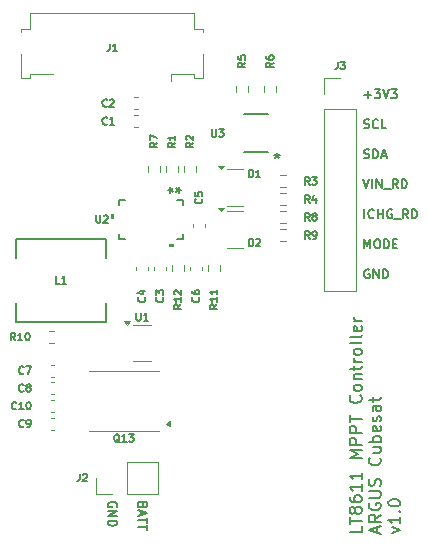
<source format=gbr>
%TF.GenerationSoftware,KiCad,Pcbnew,9.0.4*%
%TF.CreationDate,2025-10-02T13:36:02-04:00*%
%TF.ProjectId,MPPT-dev,4d505054-2d64-4657-962e-6b696361645f,rev?*%
%TF.SameCoordinates,Original*%
%TF.FileFunction,Legend,Top*%
%TF.FilePolarity,Positive*%
%FSLAX46Y46*%
G04 Gerber Fmt 4.6, Leading zero omitted, Abs format (unit mm)*
G04 Created by KiCad (PCBNEW 9.0.4) date 2025-10-02 13:36:02*
%MOMM*%
%LPD*%
G01*
G04 APERTURE LIST*
%ADD10C,0.152400*%
%ADD11C,0.203200*%
%ADD12C,0.127000*%
%ADD13C,0.150000*%
%ADD14C,0.120000*%
%ADD15C,0.000000*%
G04 APERTURE END LIST*
D10*
X161063691Y-93816590D02*
X161063691Y-93054590D01*
X161861977Y-93744019D02*
X161825691Y-93780305D01*
X161825691Y-93780305D02*
X161716834Y-93816590D01*
X161716834Y-93816590D02*
X161644262Y-93816590D01*
X161644262Y-93816590D02*
X161535405Y-93780305D01*
X161535405Y-93780305D02*
X161462834Y-93707733D01*
X161462834Y-93707733D02*
X161426548Y-93635162D01*
X161426548Y-93635162D02*
X161390262Y-93490019D01*
X161390262Y-93490019D02*
X161390262Y-93381162D01*
X161390262Y-93381162D02*
X161426548Y-93236019D01*
X161426548Y-93236019D02*
X161462834Y-93163447D01*
X161462834Y-93163447D02*
X161535405Y-93090876D01*
X161535405Y-93090876D02*
X161644262Y-93054590D01*
X161644262Y-93054590D02*
X161716834Y-93054590D01*
X161716834Y-93054590D02*
X161825691Y-93090876D01*
X161825691Y-93090876D02*
X161861977Y-93127162D01*
X162188548Y-93816590D02*
X162188548Y-93054590D01*
X162188548Y-93417447D02*
X162623977Y-93417447D01*
X162623977Y-93816590D02*
X162623977Y-93054590D01*
X163385977Y-93090876D02*
X163313406Y-93054590D01*
X163313406Y-93054590D02*
X163204548Y-93054590D01*
X163204548Y-93054590D02*
X163095691Y-93090876D01*
X163095691Y-93090876D02*
X163023120Y-93163447D01*
X163023120Y-93163447D02*
X162986834Y-93236019D01*
X162986834Y-93236019D02*
X162950548Y-93381162D01*
X162950548Y-93381162D02*
X162950548Y-93490019D01*
X162950548Y-93490019D02*
X162986834Y-93635162D01*
X162986834Y-93635162D02*
X163023120Y-93707733D01*
X163023120Y-93707733D02*
X163095691Y-93780305D01*
X163095691Y-93780305D02*
X163204548Y-93816590D01*
X163204548Y-93816590D02*
X163277120Y-93816590D01*
X163277120Y-93816590D02*
X163385977Y-93780305D01*
X163385977Y-93780305D02*
X163422263Y-93744019D01*
X163422263Y-93744019D02*
X163422263Y-93490019D01*
X163422263Y-93490019D02*
X163277120Y-93490019D01*
X163567406Y-93889162D02*
X164147977Y-93889162D01*
X164764834Y-93816590D02*
X164510834Y-93453733D01*
X164329405Y-93816590D02*
X164329405Y-93054590D01*
X164329405Y-93054590D02*
X164619691Y-93054590D01*
X164619691Y-93054590D02*
X164692262Y-93090876D01*
X164692262Y-93090876D02*
X164728548Y-93127162D01*
X164728548Y-93127162D02*
X164764834Y-93199733D01*
X164764834Y-93199733D02*
X164764834Y-93308590D01*
X164764834Y-93308590D02*
X164728548Y-93381162D01*
X164728548Y-93381162D02*
X164692262Y-93417447D01*
X164692262Y-93417447D02*
X164619691Y-93453733D01*
X164619691Y-93453733D02*
X164329405Y-93453733D01*
X165091405Y-93816590D02*
X165091405Y-93054590D01*
X165091405Y-93054590D02*
X165272834Y-93054590D01*
X165272834Y-93054590D02*
X165381691Y-93090876D01*
X165381691Y-93090876D02*
X165454262Y-93163447D01*
X165454262Y-93163447D02*
X165490548Y-93236019D01*
X165490548Y-93236019D02*
X165526834Y-93381162D01*
X165526834Y-93381162D02*
X165526834Y-93490019D01*
X165526834Y-93490019D02*
X165490548Y-93635162D01*
X165490548Y-93635162D02*
X165454262Y-93707733D01*
X165454262Y-93707733D02*
X165381691Y-93780305D01*
X165381691Y-93780305D02*
X165272834Y-93816590D01*
X165272834Y-93816590D02*
X165091405Y-93816590D01*
X142294552Y-118112291D02*
X142258266Y-118221148D01*
X142258266Y-118221148D02*
X142221980Y-118257434D01*
X142221980Y-118257434D02*
X142149409Y-118293720D01*
X142149409Y-118293720D02*
X142040552Y-118293720D01*
X142040552Y-118293720D02*
X141967980Y-118257434D01*
X141967980Y-118257434D02*
X141931695Y-118221148D01*
X141931695Y-118221148D02*
X141895409Y-118148577D01*
X141895409Y-118148577D02*
X141895409Y-117858291D01*
X141895409Y-117858291D02*
X142657409Y-117858291D01*
X142657409Y-117858291D02*
X142657409Y-118112291D01*
X142657409Y-118112291D02*
X142621123Y-118184863D01*
X142621123Y-118184863D02*
X142584837Y-118221148D01*
X142584837Y-118221148D02*
X142512266Y-118257434D01*
X142512266Y-118257434D02*
X142439695Y-118257434D01*
X142439695Y-118257434D02*
X142367123Y-118221148D01*
X142367123Y-118221148D02*
X142330837Y-118184863D01*
X142330837Y-118184863D02*
X142294552Y-118112291D01*
X142294552Y-118112291D02*
X142294552Y-117858291D01*
X142113123Y-118584005D02*
X142113123Y-118946863D01*
X141895409Y-118511434D02*
X142657409Y-118765434D01*
X142657409Y-118765434D02*
X141895409Y-119019434D01*
X142657409Y-119164577D02*
X142657409Y-119600006D01*
X141895409Y-119382291D02*
X142657409Y-119382291D01*
X142657409Y-119745148D02*
X142657409Y-120180577D01*
X141895409Y-119962862D02*
X142657409Y-119962862D01*
X161027405Y-88700305D02*
X161136263Y-88736590D01*
X161136263Y-88736590D02*
X161317691Y-88736590D01*
X161317691Y-88736590D02*
X161390263Y-88700305D01*
X161390263Y-88700305D02*
X161426548Y-88664019D01*
X161426548Y-88664019D02*
X161462834Y-88591447D01*
X161462834Y-88591447D02*
X161462834Y-88518876D01*
X161462834Y-88518876D02*
X161426548Y-88446305D01*
X161426548Y-88446305D02*
X161390263Y-88410019D01*
X161390263Y-88410019D02*
X161317691Y-88373733D01*
X161317691Y-88373733D02*
X161172548Y-88337447D01*
X161172548Y-88337447D02*
X161099977Y-88301162D01*
X161099977Y-88301162D02*
X161063691Y-88264876D01*
X161063691Y-88264876D02*
X161027405Y-88192305D01*
X161027405Y-88192305D02*
X161027405Y-88119733D01*
X161027405Y-88119733D02*
X161063691Y-88047162D01*
X161063691Y-88047162D02*
X161099977Y-88010876D01*
X161099977Y-88010876D02*
X161172548Y-87974590D01*
X161172548Y-87974590D02*
X161353977Y-87974590D01*
X161353977Y-87974590D02*
X161462834Y-88010876D01*
X161789405Y-88736590D02*
X161789405Y-87974590D01*
X161789405Y-87974590D02*
X161970834Y-87974590D01*
X161970834Y-87974590D02*
X162079691Y-88010876D01*
X162079691Y-88010876D02*
X162152262Y-88083447D01*
X162152262Y-88083447D02*
X162188548Y-88156019D01*
X162188548Y-88156019D02*
X162224834Y-88301162D01*
X162224834Y-88301162D02*
X162224834Y-88410019D01*
X162224834Y-88410019D02*
X162188548Y-88555162D01*
X162188548Y-88555162D02*
X162152262Y-88627733D01*
X162152262Y-88627733D02*
X162079691Y-88700305D01*
X162079691Y-88700305D02*
X161970834Y-88736590D01*
X161970834Y-88736590D02*
X161789405Y-88736590D01*
X162515119Y-88518876D02*
X162877977Y-88518876D01*
X162442548Y-88736590D02*
X162696548Y-87974590D01*
X162696548Y-87974590D02*
X162950548Y-88736590D01*
X161063691Y-83366305D02*
X161644263Y-83366305D01*
X161353977Y-83656590D02*
X161353977Y-83076019D01*
X161934549Y-82894590D02*
X162406263Y-82894590D01*
X162406263Y-82894590D02*
X162152263Y-83184876D01*
X162152263Y-83184876D02*
X162261120Y-83184876D01*
X162261120Y-83184876D02*
X162333692Y-83221162D01*
X162333692Y-83221162D02*
X162369977Y-83257447D01*
X162369977Y-83257447D02*
X162406263Y-83330019D01*
X162406263Y-83330019D02*
X162406263Y-83511447D01*
X162406263Y-83511447D02*
X162369977Y-83584019D01*
X162369977Y-83584019D02*
X162333692Y-83620305D01*
X162333692Y-83620305D02*
X162261120Y-83656590D01*
X162261120Y-83656590D02*
X162043406Y-83656590D01*
X162043406Y-83656590D02*
X161970834Y-83620305D01*
X161970834Y-83620305D02*
X161934549Y-83584019D01*
X162623977Y-82894590D02*
X162877977Y-83656590D01*
X162877977Y-83656590D02*
X163131977Y-82894590D01*
X163313406Y-82894590D02*
X163785120Y-82894590D01*
X163785120Y-82894590D02*
X163531120Y-83184876D01*
X163531120Y-83184876D02*
X163639977Y-83184876D01*
X163639977Y-83184876D02*
X163712549Y-83221162D01*
X163712549Y-83221162D02*
X163748834Y-83257447D01*
X163748834Y-83257447D02*
X163785120Y-83330019D01*
X163785120Y-83330019D02*
X163785120Y-83511447D01*
X163785120Y-83511447D02*
X163748834Y-83584019D01*
X163748834Y-83584019D02*
X163712549Y-83620305D01*
X163712549Y-83620305D02*
X163639977Y-83656590D01*
X163639977Y-83656590D02*
X163422263Y-83656590D01*
X163422263Y-83656590D02*
X163349691Y-83620305D01*
X163349691Y-83620305D02*
X163313406Y-83584019D01*
X160954834Y-90514590D02*
X161208834Y-91276590D01*
X161208834Y-91276590D02*
X161462834Y-90514590D01*
X161716834Y-91276590D02*
X161716834Y-90514590D01*
X162079691Y-91276590D02*
X162079691Y-90514590D01*
X162079691Y-90514590D02*
X162515120Y-91276590D01*
X162515120Y-91276590D02*
X162515120Y-90514590D01*
X162696549Y-91349162D02*
X163277120Y-91349162D01*
X163893977Y-91276590D02*
X163639977Y-90913733D01*
X163458548Y-91276590D02*
X163458548Y-90514590D01*
X163458548Y-90514590D02*
X163748834Y-90514590D01*
X163748834Y-90514590D02*
X163821405Y-90550876D01*
X163821405Y-90550876D02*
X163857691Y-90587162D01*
X163857691Y-90587162D02*
X163893977Y-90659733D01*
X163893977Y-90659733D02*
X163893977Y-90768590D01*
X163893977Y-90768590D02*
X163857691Y-90841162D01*
X163857691Y-90841162D02*
X163821405Y-90877447D01*
X163821405Y-90877447D02*
X163748834Y-90913733D01*
X163748834Y-90913733D02*
X163458548Y-90913733D01*
X164220548Y-91276590D02*
X164220548Y-90514590D01*
X164220548Y-90514590D02*
X164401977Y-90514590D01*
X164401977Y-90514590D02*
X164510834Y-90550876D01*
X164510834Y-90550876D02*
X164583405Y-90623447D01*
X164583405Y-90623447D02*
X164619691Y-90696019D01*
X164619691Y-90696019D02*
X164655977Y-90841162D01*
X164655977Y-90841162D02*
X164655977Y-90950019D01*
X164655977Y-90950019D02*
X164619691Y-91095162D01*
X164619691Y-91095162D02*
X164583405Y-91167733D01*
X164583405Y-91167733D02*
X164510834Y-91240305D01*
X164510834Y-91240305D02*
X164401977Y-91276590D01*
X164401977Y-91276590D02*
X164220548Y-91276590D01*
X140081123Y-118257434D02*
X140117409Y-118184863D01*
X140117409Y-118184863D02*
X140117409Y-118076005D01*
X140117409Y-118076005D02*
X140081123Y-117967148D01*
X140081123Y-117967148D02*
X140008552Y-117894577D01*
X140008552Y-117894577D02*
X139935980Y-117858291D01*
X139935980Y-117858291D02*
X139790837Y-117822005D01*
X139790837Y-117822005D02*
X139681980Y-117822005D01*
X139681980Y-117822005D02*
X139536837Y-117858291D01*
X139536837Y-117858291D02*
X139464266Y-117894577D01*
X139464266Y-117894577D02*
X139391695Y-117967148D01*
X139391695Y-117967148D02*
X139355409Y-118076005D01*
X139355409Y-118076005D02*
X139355409Y-118148577D01*
X139355409Y-118148577D02*
X139391695Y-118257434D01*
X139391695Y-118257434D02*
X139427980Y-118293720D01*
X139427980Y-118293720D02*
X139681980Y-118293720D01*
X139681980Y-118293720D02*
X139681980Y-118148577D01*
X139355409Y-118620291D02*
X140117409Y-118620291D01*
X140117409Y-118620291D02*
X139355409Y-119055720D01*
X139355409Y-119055720D02*
X140117409Y-119055720D01*
X139355409Y-119418577D02*
X140117409Y-119418577D01*
X140117409Y-119418577D02*
X140117409Y-119600006D01*
X140117409Y-119600006D02*
X140081123Y-119708863D01*
X140081123Y-119708863D02*
X140008552Y-119781434D01*
X140008552Y-119781434D02*
X139935980Y-119817720D01*
X139935980Y-119817720D02*
X139790837Y-119854006D01*
X139790837Y-119854006D02*
X139681980Y-119854006D01*
X139681980Y-119854006D02*
X139536837Y-119817720D01*
X139536837Y-119817720D02*
X139464266Y-119781434D01*
X139464266Y-119781434D02*
X139391695Y-119708863D01*
X139391695Y-119708863D02*
X139355409Y-119600006D01*
X139355409Y-119600006D02*
X139355409Y-119418577D01*
D11*
X160830087Y-119892201D02*
X160830087Y-120376011D01*
X160830087Y-120376011D02*
X159814087Y-120376011D01*
X159814087Y-119698678D02*
X159814087Y-119118106D01*
X160830087Y-119408392D02*
X159814087Y-119408392D01*
X160249516Y-118634297D02*
X160201135Y-118731059D01*
X160201135Y-118731059D02*
X160152754Y-118779440D01*
X160152754Y-118779440D02*
X160055992Y-118827821D01*
X160055992Y-118827821D02*
X160007611Y-118827821D01*
X160007611Y-118827821D02*
X159910849Y-118779440D01*
X159910849Y-118779440D02*
X159862468Y-118731059D01*
X159862468Y-118731059D02*
X159814087Y-118634297D01*
X159814087Y-118634297D02*
X159814087Y-118440773D01*
X159814087Y-118440773D02*
X159862468Y-118344011D01*
X159862468Y-118344011D02*
X159910849Y-118295630D01*
X159910849Y-118295630D02*
X160007611Y-118247249D01*
X160007611Y-118247249D02*
X160055992Y-118247249D01*
X160055992Y-118247249D02*
X160152754Y-118295630D01*
X160152754Y-118295630D02*
X160201135Y-118344011D01*
X160201135Y-118344011D02*
X160249516Y-118440773D01*
X160249516Y-118440773D02*
X160249516Y-118634297D01*
X160249516Y-118634297D02*
X160297897Y-118731059D01*
X160297897Y-118731059D02*
X160346278Y-118779440D01*
X160346278Y-118779440D02*
X160443040Y-118827821D01*
X160443040Y-118827821D02*
X160636564Y-118827821D01*
X160636564Y-118827821D02*
X160733326Y-118779440D01*
X160733326Y-118779440D02*
X160781707Y-118731059D01*
X160781707Y-118731059D02*
X160830087Y-118634297D01*
X160830087Y-118634297D02*
X160830087Y-118440773D01*
X160830087Y-118440773D02*
X160781707Y-118344011D01*
X160781707Y-118344011D02*
X160733326Y-118295630D01*
X160733326Y-118295630D02*
X160636564Y-118247249D01*
X160636564Y-118247249D02*
X160443040Y-118247249D01*
X160443040Y-118247249D02*
X160346278Y-118295630D01*
X160346278Y-118295630D02*
X160297897Y-118344011D01*
X160297897Y-118344011D02*
X160249516Y-118440773D01*
X159814087Y-117376392D02*
X159814087Y-117569916D01*
X159814087Y-117569916D02*
X159862468Y-117666678D01*
X159862468Y-117666678D02*
X159910849Y-117715059D01*
X159910849Y-117715059D02*
X160055992Y-117811821D01*
X160055992Y-117811821D02*
X160249516Y-117860202D01*
X160249516Y-117860202D02*
X160636564Y-117860202D01*
X160636564Y-117860202D02*
X160733326Y-117811821D01*
X160733326Y-117811821D02*
X160781707Y-117763440D01*
X160781707Y-117763440D02*
X160830087Y-117666678D01*
X160830087Y-117666678D02*
X160830087Y-117473154D01*
X160830087Y-117473154D02*
X160781707Y-117376392D01*
X160781707Y-117376392D02*
X160733326Y-117328011D01*
X160733326Y-117328011D02*
X160636564Y-117279630D01*
X160636564Y-117279630D02*
X160394659Y-117279630D01*
X160394659Y-117279630D02*
X160297897Y-117328011D01*
X160297897Y-117328011D02*
X160249516Y-117376392D01*
X160249516Y-117376392D02*
X160201135Y-117473154D01*
X160201135Y-117473154D02*
X160201135Y-117666678D01*
X160201135Y-117666678D02*
X160249516Y-117763440D01*
X160249516Y-117763440D02*
X160297897Y-117811821D01*
X160297897Y-117811821D02*
X160394659Y-117860202D01*
X160830087Y-116312011D02*
X160830087Y-116892583D01*
X160830087Y-116602297D02*
X159814087Y-116602297D01*
X159814087Y-116602297D02*
X159959230Y-116699059D01*
X159959230Y-116699059D02*
X160055992Y-116795821D01*
X160055992Y-116795821D02*
X160104373Y-116892583D01*
X160830087Y-115344392D02*
X160830087Y-115924964D01*
X160830087Y-115634678D02*
X159814087Y-115634678D01*
X159814087Y-115634678D02*
X159959230Y-115731440D01*
X159959230Y-115731440D02*
X160055992Y-115828202D01*
X160055992Y-115828202D02*
X160104373Y-115924964D01*
X160830087Y-114134869D02*
X159814087Y-114134869D01*
X159814087Y-114134869D02*
X160539802Y-113796202D01*
X160539802Y-113796202D02*
X159814087Y-113457535D01*
X159814087Y-113457535D02*
X160830087Y-113457535D01*
X160830087Y-112973726D02*
X159814087Y-112973726D01*
X159814087Y-112973726D02*
X159814087Y-112586678D01*
X159814087Y-112586678D02*
X159862468Y-112489916D01*
X159862468Y-112489916D02*
X159910849Y-112441535D01*
X159910849Y-112441535D02*
X160007611Y-112393154D01*
X160007611Y-112393154D02*
X160152754Y-112393154D01*
X160152754Y-112393154D02*
X160249516Y-112441535D01*
X160249516Y-112441535D02*
X160297897Y-112489916D01*
X160297897Y-112489916D02*
X160346278Y-112586678D01*
X160346278Y-112586678D02*
X160346278Y-112973726D01*
X160830087Y-111957726D02*
X159814087Y-111957726D01*
X159814087Y-111957726D02*
X159814087Y-111570678D01*
X159814087Y-111570678D02*
X159862468Y-111473916D01*
X159862468Y-111473916D02*
X159910849Y-111425535D01*
X159910849Y-111425535D02*
X160007611Y-111377154D01*
X160007611Y-111377154D02*
X160152754Y-111377154D01*
X160152754Y-111377154D02*
X160249516Y-111425535D01*
X160249516Y-111425535D02*
X160297897Y-111473916D01*
X160297897Y-111473916D02*
X160346278Y-111570678D01*
X160346278Y-111570678D02*
X160346278Y-111957726D01*
X159814087Y-111086869D02*
X159814087Y-110506297D01*
X160830087Y-110796583D02*
X159814087Y-110796583D01*
X160733326Y-108812964D02*
X160781707Y-108861345D01*
X160781707Y-108861345D02*
X160830087Y-109006488D01*
X160830087Y-109006488D02*
X160830087Y-109103250D01*
X160830087Y-109103250D02*
X160781707Y-109248393D01*
X160781707Y-109248393D02*
X160684945Y-109345155D01*
X160684945Y-109345155D02*
X160588183Y-109393536D01*
X160588183Y-109393536D02*
X160394659Y-109441917D01*
X160394659Y-109441917D02*
X160249516Y-109441917D01*
X160249516Y-109441917D02*
X160055992Y-109393536D01*
X160055992Y-109393536D02*
X159959230Y-109345155D01*
X159959230Y-109345155D02*
X159862468Y-109248393D01*
X159862468Y-109248393D02*
X159814087Y-109103250D01*
X159814087Y-109103250D02*
X159814087Y-109006488D01*
X159814087Y-109006488D02*
X159862468Y-108861345D01*
X159862468Y-108861345D02*
X159910849Y-108812964D01*
X160830087Y-108232393D02*
X160781707Y-108329155D01*
X160781707Y-108329155D02*
X160733326Y-108377536D01*
X160733326Y-108377536D02*
X160636564Y-108425917D01*
X160636564Y-108425917D02*
X160346278Y-108425917D01*
X160346278Y-108425917D02*
X160249516Y-108377536D01*
X160249516Y-108377536D02*
X160201135Y-108329155D01*
X160201135Y-108329155D02*
X160152754Y-108232393D01*
X160152754Y-108232393D02*
X160152754Y-108087250D01*
X160152754Y-108087250D02*
X160201135Y-107990488D01*
X160201135Y-107990488D02*
X160249516Y-107942107D01*
X160249516Y-107942107D02*
X160346278Y-107893726D01*
X160346278Y-107893726D02*
X160636564Y-107893726D01*
X160636564Y-107893726D02*
X160733326Y-107942107D01*
X160733326Y-107942107D02*
X160781707Y-107990488D01*
X160781707Y-107990488D02*
X160830087Y-108087250D01*
X160830087Y-108087250D02*
X160830087Y-108232393D01*
X160152754Y-107458298D02*
X160830087Y-107458298D01*
X160249516Y-107458298D02*
X160201135Y-107409917D01*
X160201135Y-107409917D02*
X160152754Y-107313155D01*
X160152754Y-107313155D02*
X160152754Y-107168012D01*
X160152754Y-107168012D02*
X160201135Y-107071250D01*
X160201135Y-107071250D02*
X160297897Y-107022869D01*
X160297897Y-107022869D02*
X160830087Y-107022869D01*
X160152754Y-106684203D02*
X160152754Y-106297155D01*
X159814087Y-106539060D02*
X160684945Y-106539060D01*
X160684945Y-106539060D02*
X160781707Y-106490679D01*
X160781707Y-106490679D02*
X160830087Y-106393917D01*
X160830087Y-106393917D02*
X160830087Y-106297155D01*
X160830087Y-105958489D02*
X160152754Y-105958489D01*
X160346278Y-105958489D02*
X160249516Y-105910108D01*
X160249516Y-105910108D02*
X160201135Y-105861727D01*
X160201135Y-105861727D02*
X160152754Y-105764965D01*
X160152754Y-105764965D02*
X160152754Y-105668203D01*
X160830087Y-105184394D02*
X160781707Y-105281156D01*
X160781707Y-105281156D02*
X160733326Y-105329537D01*
X160733326Y-105329537D02*
X160636564Y-105377918D01*
X160636564Y-105377918D02*
X160346278Y-105377918D01*
X160346278Y-105377918D02*
X160249516Y-105329537D01*
X160249516Y-105329537D02*
X160201135Y-105281156D01*
X160201135Y-105281156D02*
X160152754Y-105184394D01*
X160152754Y-105184394D02*
X160152754Y-105039251D01*
X160152754Y-105039251D02*
X160201135Y-104942489D01*
X160201135Y-104942489D02*
X160249516Y-104894108D01*
X160249516Y-104894108D02*
X160346278Y-104845727D01*
X160346278Y-104845727D02*
X160636564Y-104845727D01*
X160636564Y-104845727D02*
X160733326Y-104894108D01*
X160733326Y-104894108D02*
X160781707Y-104942489D01*
X160781707Y-104942489D02*
X160830087Y-105039251D01*
X160830087Y-105039251D02*
X160830087Y-105184394D01*
X160830087Y-104265156D02*
X160781707Y-104361918D01*
X160781707Y-104361918D02*
X160684945Y-104410299D01*
X160684945Y-104410299D02*
X159814087Y-104410299D01*
X160830087Y-103732966D02*
X160781707Y-103829728D01*
X160781707Y-103829728D02*
X160684945Y-103878109D01*
X160684945Y-103878109D02*
X159814087Y-103878109D01*
X160781707Y-102958871D02*
X160830087Y-103055633D01*
X160830087Y-103055633D02*
X160830087Y-103249157D01*
X160830087Y-103249157D02*
X160781707Y-103345919D01*
X160781707Y-103345919D02*
X160684945Y-103394300D01*
X160684945Y-103394300D02*
X160297897Y-103394300D01*
X160297897Y-103394300D02*
X160201135Y-103345919D01*
X160201135Y-103345919D02*
X160152754Y-103249157D01*
X160152754Y-103249157D02*
X160152754Y-103055633D01*
X160152754Y-103055633D02*
X160201135Y-102958871D01*
X160201135Y-102958871D02*
X160297897Y-102910490D01*
X160297897Y-102910490D02*
X160394659Y-102910490D01*
X160394659Y-102910490D02*
X160491421Y-103394300D01*
X160830087Y-102475062D02*
X160152754Y-102475062D01*
X160346278Y-102475062D02*
X160249516Y-102426681D01*
X160249516Y-102426681D02*
X160201135Y-102378300D01*
X160201135Y-102378300D02*
X160152754Y-102281538D01*
X160152754Y-102281538D02*
X160152754Y-102184776D01*
X162175505Y-120424392D02*
X162175505Y-119940582D01*
X162465790Y-120521154D02*
X161449790Y-120182487D01*
X161449790Y-120182487D02*
X162465790Y-119843820D01*
X162465790Y-118924582D02*
X161981981Y-119263249D01*
X162465790Y-119505154D02*
X161449790Y-119505154D01*
X161449790Y-119505154D02*
X161449790Y-119118106D01*
X161449790Y-119118106D02*
X161498171Y-119021344D01*
X161498171Y-119021344D02*
X161546552Y-118972963D01*
X161546552Y-118972963D02*
X161643314Y-118924582D01*
X161643314Y-118924582D02*
X161788457Y-118924582D01*
X161788457Y-118924582D02*
X161885219Y-118972963D01*
X161885219Y-118972963D02*
X161933600Y-119021344D01*
X161933600Y-119021344D02*
X161981981Y-119118106D01*
X161981981Y-119118106D02*
X161981981Y-119505154D01*
X161498171Y-117956963D02*
X161449790Y-118053725D01*
X161449790Y-118053725D02*
X161449790Y-118198868D01*
X161449790Y-118198868D02*
X161498171Y-118344011D01*
X161498171Y-118344011D02*
X161594933Y-118440773D01*
X161594933Y-118440773D02*
X161691695Y-118489154D01*
X161691695Y-118489154D02*
X161885219Y-118537535D01*
X161885219Y-118537535D02*
X162030362Y-118537535D01*
X162030362Y-118537535D02*
X162223886Y-118489154D01*
X162223886Y-118489154D02*
X162320648Y-118440773D01*
X162320648Y-118440773D02*
X162417410Y-118344011D01*
X162417410Y-118344011D02*
X162465790Y-118198868D01*
X162465790Y-118198868D02*
X162465790Y-118102106D01*
X162465790Y-118102106D02*
X162417410Y-117956963D01*
X162417410Y-117956963D02*
X162369029Y-117908582D01*
X162369029Y-117908582D02*
X162030362Y-117908582D01*
X162030362Y-117908582D02*
X162030362Y-118102106D01*
X161449790Y-117473154D02*
X162272267Y-117473154D01*
X162272267Y-117473154D02*
X162369029Y-117424773D01*
X162369029Y-117424773D02*
X162417410Y-117376392D01*
X162417410Y-117376392D02*
X162465790Y-117279630D01*
X162465790Y-117279630D02*
X162465790Y-117086106D01*
X162465790Y-117086106D02*
X162417410Y-116989344D01*
X162417410Y-116989344D02*
X162369029Y-116940963D01*
X162369029Y-116940963D02*
X162272267Y-116892582D01*
X162272267Y-116892582D02*
X161449790Y-116892582D01*
X162417410Y-116457154D02*
X162465790Y-116312011D01*
X162465790Y-116312011D02*
X162465790Y-116070106D01*
X162465790Y-116070106D02*
X162417410Y-115973344D01*
X162417410Y-115973344D02*
X162369029Y-115924963D01*
X162369029Y-115924963D02*
X162272267Y-115876582D01*
X162272267Y-115876582D02*
X162175505Y-115876582D01*
X162175505Y-115876582D02*
X162078743Y-115924963D01*
X162078743Y-115924963D02*
X162030362Y-115973344D01*
X162030362Y-115973344D02*
X161981981Y-116070106D01*
X161981981Y-116070106D02*
X161933600Y-116263630D01*
X161933600Y-116263630D02*
X161885219Y-116360392D01*
X161885219Y-116360392D02*
X161836838Y-116408773D01*
X161836838Y-116408773D02*
X161740076Y-116457154D01*
X161740076Y-116457154D02*
X161643314Y-116457154D01*
X161643314Y-116457154D02*
X161546552Y-116408773D01*
X161546552Y-116408773D02*
X161498171Y-116360392D01*
X161498171Y-116360392D02*
X161449790Y-116263630D01*
X161449790Y-116263630D02*
X161449790Y-116021725D01*
X161449790Y-116021725D02*
X161498171Y-115876582D01*
X162369029Y-114086487D02*
X162417410Y-114134868D01*
X162417410Y-114134868D02*
X162465790Y-114280011D01*
X162465790Y-114280011D02*
X162465790Y-114376773D01*
X162465790Y-114376773D02*
X162417410Y-114521916D01*
X162417410Y-114521916D02*
X162320648Y-114618678D01*
X162320648Y-114618678D02*
X162223886Y-114667059D01*
X162223886Y-114667059D02*
X162030362Y-114715440D01*
X162030362Y-114715440D02*
X161885219Y-114715440D01*
X161885219Y-114715440D02*
X161691695Y-114667059D01*
X161691695Y-114667059D02*
X161594933Y-114618678D01*
X161594933Y-114618678D02*
X161498171Y-114521916D01*
X161498171Y-114521916D02*
X161449790Y-114376773D01*
X161449790Y-114376773D02*
X161449790Y-114280011D01*
X161449790Y-114280011D02*
X161498171Y-114134868D01*
X161498171Y-114134868D02*
X161546552Y-114086487D01*
X161788457Y-113215630D02*
X162465790Y-113215630D01*
X161788457Y-113651059D02*
X162320648Y-113651059D01*
X162320648Y-113651059D02*
X162417410Y-113602678D01*
X162417410Y-113602678D02*
X162465790Y-113505916D01*
X162465790Y-113505916D02*
X162465790Y-113360773D01*
X162465790Y-113360773D02*
X162417410Y-113264011D01*
X162417410Y-113264011D02*
X162369029Y-113215630D01*
X162465790Y-112731821D02*
X161449790Y-112731821D01*
X161836838Y-112731821D02*
X161788457Y-112635059D01*
X161788457Y-112635059D02*
X161788457Y-112441535D01*
X161788457Y-112441535D02*
X161836838Y-112344773D01*
X161836838Y-112344773D02*
X161885219Y-112296392D01*
X161885219Y-112296392D02*
X161981981Y-112248011D01*
X161981981Y-112248011D02*
X162272267Y-112248011D01*
X162272267Y-112248011D02*
X162369029Y-112296392D01*
X162369029Y-112296392D02*
X162417410Y-112344773D01*
X162417410Y-112344773D02*
X162465790Y-112441535D01*
X162465790Y-112441535D02*
X162465790Y-112635059D01*
X162465790Y-112635059D02*
X162417410Y-112731821D01*
X162417410Y-111425535D02*
X162465790Y-111522297D01*
X162465790Y-111522297D02*
X162465790Y-111715821D01*
X162465790Y-111715821D02*
X162417410Y-111812583D01*
X162417410Y-111812583D02*
X162320648Y-111860964D01*
X162320648Y-111860964D02*
X161933600Y-111860964D01*
X161933600Y-111860964D02*
X161836838Y-111812583D01*
X161836838Y-111812583D02*
X161788457Y-111715821D01*
X161788457Y-111715821D02*
X161788457Y-111522297D01*
X161788457Y-111522297D02*
X161836838Y-111425535D01*
X161836838Y-111425535D02*
X161933600Y-111377154D01*
X161933600Y-111377154D02*
X162030362Y-111377154D01*
X162030362Y-111377154D02*
X162127124Y-111860964D01*
X162417410Y-110990107D02*
X162465790Y-110893345D01*
X162465790Y-110893345D02*
X162465790Y-110699821D01*
X162465790Y-110699821D02*
X162417410Y-110603059D01*
X162417410Y-110603059D02*
X162320648Y-110554678D01*
X162320648Y-110554678D02*
X162272267Y-110554678D01*
X162272267Y-110554678D02*
X162175505Y-110603059D01*
X162175505Y-110603059D02*
X162127124Y-110699821D01*
X162127124Y-110699821D02*
X162127124Y-110844964D01*
X162127124Y-110844964D02*
X162078743Y-110941726D01*
X162078743Y-110941726D02*
X161981981Y-110990107D01*
X161981981Y-110990107D02*
X161933600Y-110990107D01*
X161933600Y-110990107D02*
X161836838Y-110941726D01*
X161836838Y-110941726D02*
X161788457Y-110844964D01*
X161788457Y-110844964D02*
X161788457Y-110699821D01*
X161788457Y-110699821D02*
X161836838Y-110603059D01*
X162465790Y-109683821D02*
X161933600Y-109683821D01*
X161933600Y-109683821D02*
X161836838Y-109732202D01*
X161836838Y-109732202D02*
X161788457Y-109828964D01*
X161788457Y-109828964D02*
X161788457Y-110022488D01*
X161788457Y-110022488D02*
X161836838Y-110119250D01*
X162417410Y-109683821D02*
X162465790Y-109780583D01*
X162465790Y-109780583D02*
X162465790Y-110022488D01*
X162465790Y-110022488D02*
X162417410Y-110119250D01*
X162417410Y-110119250D02*
X162320648Y-110167631D01*
X162320648Y-110167631D02*
X162223886Y-110167631D01*
X162223886Y-110167631D02*
X162127124Y-110119250D01*
X162127124Y-110119250D02*
X162078743Y-110022488D01*
X162078743Y-110022488D02*
X162078743Y-109780583D01*
X162078743Y-109780583D02*
X162030362Y-109683821D01*
X161788457Y-109345155D02*
X161788457Y-108958107D01*
X161449790Y-109200012D02*
X162320648Y-109200012D01*
X162320648Y-109200012D02*
X162417410Y-109151631D01*
X162417410Y-109151631D02*
X162465790Y-109054869D01*
X162465790Y-109054869D02*
X162465790Y-108958107D01*
X163424160Y-120472773D02*
X164101493Y-120230868D01*
X164101493Y-120230868D02*
X163424160Y-119988963D01*
X164101493Y-119069725D02*
X164101493Y-119650297D01*
X164101493Y-119360011D02*
X163085493Y-119360011D01*
X163085493Y-119360011D02*
X163230636Y-119456773D01*
X163230636Y-119456773D02*
X163327398Y-119553535D01*
X163327398Y-119553535D02*
X163375779Y-119650297D01*
X164004732Y-118634297D02*
X164053113Y-118585916D01*
X164053113Y-118585916D02*
X164101493Y-118634297D01*
X164101493Y-118634297D02*
X164053113Y-118682678D01*
X164053113Y-118682678D02*
X164004732Y-118634297D01*
X164004732Y-118634297D02*
X164101493Y-118634297D01*
X163085493Y-117956963D02*
X163085493Y-117860201D01*
X163085493Y-117860201D02*
X163133874Y-117763439D01*
X163133874Y-117763439D02*
X163182255Y-117715058D01*
X163182255Y-117715058D02*
X163279017Y-117666677D01*
X163279017Y-117666677D02*
X163472541Y-117618296D01*
X163472541Y-117618296D02*
X163714446Y-117618296D01*
X163714446Y-117618296D02*
X163907970Y-117666677D01*
X163907970Y-117666677D02*
X164004732Y-117715058D01*
X164004732Y-117715058D02*
X164053113Y-117763439D01*
X164053113Y-117763439D02*
X164101493Y-117860201D01*
X164101493Y-117860201D02*
X164101493Y-117956963D01*
X164101493Y-117956963D02*
X164053113Y-118053725D01*
X164053113Y-118053725D02*
X164004732Y-118102106D01*
X164004732Y-118102106D02*
X163907970Y-118150487D01*
X163907970Y-118150487D02*
X163714446Y-118198868D01*
X163714446Y-118198868D02*
X163472541Y-118198868D01*
X163472541Y-118198868D02*
X163279017Y-118150487D01*
X163279017Y-118150487D02*
X163182255Y-118102106D01*
X163182255Y-118102106D02*
X163133874Y-118053725D01*
X163133874Y-118053725D02*
X163085493Y-117956963D01*
D10*
X161462834Y-98170876D02*
X161390263Y-98134590D01*
X161390263Y-98134590D02*
X161281405Y-98134590D01*
X161281405Y-98134590D02*
X161172548Y-98170876D01*
X161172548Y-98170876D02*
X161099977Y-98243447D01*
X161099977Y-98243447D02*
X161063691Y-98316019D01*
X161063691Y-98316019D02*
X161027405Y-98461162D01*
X161027405Y-98461162D02*
X161027405Y-98570019D01*
X161027405Y-98570019D02*
X161063691Y-98715162D01*
X161063691Y-98715162D02*
X161099977Y-98787733D01*
X161099977Y-98787733D02*
X161172548Y-98860305D01*
X161172548Y-98860305D02*
X161281405Y-98896590D01*
X161281405Y-98896590D02*
X161353977Y-98896590D01*
X161353977Y-98896590D02*
X161462834Y-98860305D01*
X161462834Y-98860305D02*
X161499120Y-98824019D01*
X161499120Y-98824019D02*
X161499120Y-98570019D01*
X161499120Y-98570019D02*
X161353977Y-98570019D01*
X161825691Y-98896590D02*
X161825691Y-98134590D01*
X161825691Y-98134590D02*
X162261120Y-98896590D01*
X162261120Y-98896590D02*
X162261120Y-98134590D01*
X162623977Y-98896590D02*
X162623977Y-98134590D01*
X162623977Y-98134590D02*
X162805406Y-98134590D01*
X162805406Y-98134590D02*
X162914263Y-98170876D01*
X162914263Y-98170876D02*
X162986834Y-98243447D01*
X162986834Y-98243447D02*
X163023120Y-98316019D01*
X163023120Y-98316019D02*
X163059406Y-98461162D01*
X163059406Y-98461162D02*
X163059406Y-98570019D01*
X163059406Y-98570019D02*
X163023120Y-98715162D01*
X163023120Y-98715162D02*
X162986834Y-98787733D01*
X162986834Y-98787733D02*
X162914263Y-98860305D01*
X162914263Y-98860305D02*
X162805406Y-98896590D01*
X162805406Y-98896590D02*
X162623977Y-98896590D01*
X161027405Y-86160305D02*
X161136263Y-86196590D01*
X161136263Y-86196590D02*
X161317691Y-86196590D01*
X161317691Y-86196590D02*
X161390263Y-86160305D01*
X161390263Y-86160305D02*
X161426548Y-86124019D01*
X161426548Y-86124019D02*
X161462834Y-86051447D01*
X161462834Y-86051447D02*
X161462834Y-85978876D01*
X161462834Y-85978876D02*
X161426548Y-85906305D01*
X161426548Y-85906305D02*
X161390263Y-85870019D01*
X161390263Y-85870019D02*
X161317691Y-85833733D01*
X161317691Y-85833733D02*
X161172548Y-85797447D01*
X161172548Y-85797447D02*
X161099977Y-85761162D01*
X161099977Y-85761162D02*
X161063691Y-85724876D01*
X161063691Y-85724876D02*
X161027405Y-85652305D01*
X161027405Y-85652305D02*
X161027405Y-85579733D01*
X161027405Y-85579733D02*
X161063691Y-85507162D01*
X161063691Y-85507162D02*
X161099977Y-85470876D01*
X161099977Y-85470876D02*
X161172548Y-85434590D01*
X161172548Y-85434590D02*
X161353977Y-85434590D01*
X161353977Y-85434590D02*
X161462834Y-85470876D01*
X162224834Y-86124019D02*
X162188548Y-86160305D01*
X162188548Y-86160305D02*
X162079691Y-86196590D01*
X162079691Y-86196590D02*
X162007119Y-86196590D01*
X162007119Y-86196590D02*
X161898262Y-86160305D01*
X161898262Y-86160305D02*
X161825691Y-86087733D01*
X161825691Y-86087733D02*
X161789405Y-86015162D01*
X161789405Y-86015162D02*
X161753119Y-85870019D01*
X161753119Y-85870019D02*
X161753119Y-85761162D01*
X161753119Y-85761162D02*
X161789405Y-85616019D01*
X161789405Y-85616019D02*
X161825691Y-85543447D01*
X161825691Y-85543447D02*
X161898262Y-85470876D01*
X161898262Y-85470876D02*
X162007119Y-85434590D01*
X162007119Y-85434590D02*
X162079691Y-85434590D01*
X162079691Y-85434590D02*
X162188548Y-85470876D01*
X162188548Y-85470876D02*
X162224834Y-85507162D01*
X162914262Y-86196590D02*
X162551405Y-86196590D01*
X162551405Y-86196590D02*
X162551405Y-85434590D01*
X161063691Y-96356590D02*
X161063691Y-95594590D01*
X161063691Y-95594590D02*
X161317691Y-96138876D01*
X161317691Y-96138876D02*
X161571691Y-95594590D01*
X161571691Y-95594590D02*
X161571691Y-96356590D01*
X162079691Y-95594590D02*
X162224834Y-95594590D01*
X162224834Y-95594590D02*
X162297405Y-95630876D01*
X162297405Y-95630876D02*
X162369977Y-95703447D01*
X162369977Y-95703447D02*
X162406262Y-95848590D01*
X162406262Y-95848590D02*
X162406262Y-96102590D01*
X162406262Y-96102590D02*
X162369977Y-96247733D01*
X162369977Y-96247733D02*
X162297405Y-96320305D01*
X162297405Y-96320305D02*
X162224834Y-96356590D01*
X162224834Y-96356590D02*
X162079691Y-96356590D01*
X162079691Y-96356590D02*
X162007120Y-96320305D01*
X162007120Y-96320305D02*
X161934548Y-96247733D01*
X161934548Y-96247733D02*
X161898262Y-96102590D01*
X161898262Y-96102590D02*
X161898262Y-95848590D01*
X161898262Y-95848590D02*
X161934548Y-95703447D01*
X161934548Y-95703447D02*
X162007120Y-95630876D01*
X162007120Y-95630876D02*
X162079691Y-95594590D01*
X162732834Y-96356590D02*
X162732834Y-95594590D01*
X162732834Y-95594590D02*
X162914263Y-95594590D01*
X162914263Y-95594590D02*
X163023120Y-95630876D01*
X163023120Y-95630876D02*
X163095691Y-95703447D01*
X163095691Y-95703447D02*
X163131977Y-95776019D01*
X163131977Y-95776019D02*
X163168263Y-95921162D01*
X163168263Y-95921162D02*
X163168263Y-96030019D01*
X163168263Y-96030019D02*
X163131977Y-96175162D01*
X163131977Y-96175162D02*
X163095691Y-96247733D01*
X163095691Y-96247733D02*
X163023120Y-96320305D01*
X163023120Y-96320305D02*
X162914263Y-96356590D01*
X162914263Y-96356590D02*
X162732834Y-96356590D01*
X163494834Y-95957447D02*
X163748834Y-95957447D01*
X163857691Y-96356590D02*
X163494834Y-96356590D01*
X163494834Y-96356590D02*
X163494834Y-95594590D01*
X163494834Y-95594590D02*
X163857691Y-95594590D01*
D12*
X141756190Y-101861759D02*
X141756190Y-102375806D01*
X141756190Y-102375806D02*
X141786428Y-102436282D01*
X141786428Y-102436282D02*
X141816666Y-102466521D01*
X141816666Y-102466521D02*
X141877142Y-102496759D01*
X141877142Y-102496759D02*
X141998095Y-102496759D01*
X141998095Y-102496759D02*
X142058571Y-102466521D01*
X142058571Y-102466521D02*
X142088809Y-102436282D01*
X142088809Y-102436282D02*
X142119047Y-102375806D01*
X142119047Y-102375806D02*
X142119047Y-101861759D01*
X142754047Y-102496759D02*
X142391190Y-102496759D01*
X142572618Y-102496759D02*
X142572618Y-101861759D01*
X142572618Y-101861759D02*
X142512142Y-101952473D01*
X142512142Y-101952473D02*
X142451666Y-102012949D01*
X142451666Y-102012949D02*
X142391190Y-102043187D01*
X132210533Y-111427882D02*
X132180295Y-111458121D01*
X132180295Y-111458121D02*
X132089581Y-111488359D01*
X132089581Y-111488359D02*
X132029105Y-111488359D01*
X132029105Y-111488359D02*
X131938390Y-111458121D01*
X131938390Y-111458121D02*
X131877914Y-111397644D01*
X131877914Y-111397644D02*
X131847676Y-111337168D01*
X131847676Y-111337168D02*
X131817438Y-111216216D01*
X131817438Y-111216216D02*
X131817438Y-111125501D01*
X131817438Y-111125501D02*
X131847676Y-111004549D01*
X131847676Y-111004549D02*
X131877914Y-110944073D01*
X131877914Y-110944073D02*
X131938390Y-110883597D01*
X131938390Y-110883597D02*
X132029105Y-110853359D01*
X132029105Y-110853359D02*
X132089581Y-110853359D01*
X132089581Y-110853359D02*
X132180295Y-110883597D01*
X132180295Y-110883597D02*
X132210533Y-110913835D01*
X132512914Y-111488359D02*
X132633866Y-111488359D01*
X132633866Y-111488359D02*
X132694343Y-111458121D01*
X132694343Y-111458121D02*
X132724581Y-111427882D01*
X132724581Y-111427882D02*
X132785057Y-111337168D01*
X132785057Y-111337168D02*
X132815295Y-111216216D01*
X132815295Y-111216216D02*
X132815295Y-110974311D01*
X132815295Y-110974311D02*
X132785057Y-110913835D01*
X132785057Y-110913835D02*
X132754819Y-110883597D01*
X132754819Y-110883597D02*
X132694343Y-110853359D01*
X132694343Y-110853359D02*
X132573390Y-110853359D01*
X132573390Y-110853359D02*
X132512914Y-110883597D01*
X132512914Y-110883597D02*
X132482676Y-110913835D01*
X132482676Y-110913835D02*
X132452438Y-110974311D01*
X132452438Y-110974311D02*
X132452438Y-111125501D01*
X132452438Y-111125501D02*
X132482676Y-111185978D01*
X132482676Y-111185978D02*
X132512914Y-111216216D01*
X132512914Y-111216216D02*
X132573390Y-111246454D01*
X132573390Y-111246454D02*
X132694343Y-111246454D01*
X132694343Y-111246454D02*
X132754819Y-111216216D01*
X132754819Y-111216216D02*
X132785057Y-111185978D01*
X132785057Y-111185978D02*
X132815295Y-111125501D01*
X158792333Y-80551159D02*
X158792333Y-81004730D01*
X158792333Y-81004730D02*
X158762094Y-81095444D01*
X158762094Y-81095444D02*
X158701618Y-81155921D01*
X158701618Y-81155921D02*
X158610904Y-81186159D01*
X158610904Y-81186159D02*
X158550428Y-81186159D01*
X159034238Y-80551159D02*
X159427333Y-80551159D01*
X159427333Y-80551159D02*
X159215666Y-80793063D01*
X159215666Y-80793063D02*
X159306381Y-80793063D01*
X159306381Y-80793063D02*
X159366857Y-80823301D01*
X159366857Y-80823301D02*
X159397095Y-80853540D01*
X159397095Y-80853540D02*
X159427333Y-80914016D01*
X159427333Y-80914016D02*
X159427333Y-81065206D01*
X159427333Y-81065206D02*
X159397095Y-81125682D01*
X159397095Y-81125682D02*
X159366857Y-81155921D01*
X159366857Y-81155921D02*
X159306381Y-81186159D01*
X159306381Y-81186159D02*
X159124952Y-81186159D01*
X159124952Y-81186159D02*
X159064476Y-81155921D01*
X159064476Y-81155921D02*
X159034238Y-81125682D01*
X143982683Y-100504266D02*
X144012922Y-100534504D01*
X144012922Y-100534504D02*
X144043160Y-100625218D01*
X144043160Y-100625218D02*
X144043160Y-100685694D01*
X144043160Y-100685694D02*
X144012922Y-100776409D01*
X144012922Y-100776409D02*
X143952445Y-100836885D01*
X143952445Y-100836885D02*
X143891969Y-100867123D01*
X143891969Y-100867123D02*
X143771017Y-100897361D01*
X143771017Y-100897361D02*
X143680302Y-100897361D01*
X143680302Y-100897361D02*
X143559350Y-100867123D01*
X143559350Y-100867123D02*
X143498874Y-100836885D01*
X143498874Y-100836885D02*
X143438398Y-100776409D01*
X143438398Y-100776409D02*
X143408160Y-100685694D01*
X143408160Y-100685694D02*
X143408160Y-100625218D01*
X143408160Y-100625218D02*
X143438398Y-100534504D01*
X143438398Y-100534504D02*
X143468636Y-100504266D01*
X143408160Y-100292599D02*
X143408160Y-99899504D01*
X143408160Y-99899504D02*
X143650064Y-100111171D01*
X143650064Y-100111171D02*
X143650064Y-100020456D01*
X143650064Y-100020456D02*
X143680302Y-99959980D01*
X143680302Y-99959980D02*
X143710541Y-99929742D01*
X143710541Y-99929742D02*
X143771017Y-99899504D01*
X143771017Y-99899504D02*
X143922207Y-99899504D01*
X143922207Y-99899504D02*
X143982683Y-99929742D01*
X143982683Y-99929742D02*
X144012922Y-99959980D01*
X144012922Y-99959980D02*
X144043160Y-100020456D01*
X144043160Y-100020456D02*
X144043160Y-100201885D01*
X144043160Y-100201885D02*
X144012922Y-100262361D01*
X144012922Y-100262361D02*
X143982683Y-100292599D01*
X139488333Y-79034159D02*
X139488333Y-79487730D01*
X139488333Y-79487730D02*
X139458094Y-79578444D01*
X139458094Y-79578444D02*
X139397618Y-79638921D01*
X139397618Y-79638921D02*
X139306904Y-79669159D01*
X139306904Y-79669159D02*
X139246428Y-79669159D01*
X140123333Y-79669159D02*
X139760476Y-79669159D01*
X139941904Y-79669159D02*
X139941904Y-79034159D01*
X139941904Y-79034159D02*
X139881428Y-79124873D01*
X139881428Y-79124873D02*
X139820952Y-79185349D01*
X139820952Y-79185349D02*
X139760476Y-79215587D01*
X147030683Y-100504266D02*
X147060922Y-100534504D01*
X147060922Y-100534504D02*
X147091160Y-100625218D01*
X147091160Y-100625218D02*
X147091160Y-100685694D01*
X147091160Y-100685694D02*
X147060922Y-100776409D01*
X147060922Y-100776409D02*
X147000445Y-100836885D01*
X147000445Y-100836885D02*
X146939969Y-100867123D01*
X146939969Y-100867123D02*
X146819017Y-100897361D01*
X146819017Y-100897361D02*
X146728302Y-100897361D01*
X146728302Y-100897361D02*
X146607350Y-100867123D01*
X146607350Y-100867123D02*
X146546874Y-100836885D01*
X146546874Y-100836885D02*
X146486398Y-100776409D01*
X146486398Y-100776409D02*
X146456160Y-100685694D01*
X146456160Y-100685694D02*
X146456160Y-100625218D01*
X146456160Y-100625218D02*
X146486398Y-100534504D01*
X146486398Y-100534504D02*
X146516636Y-100504266D01*
X146456160Y-99959980D02*
X146456160Y-100080933D01*
X146456160Y-100080933D02*
X146486398Y-100141409D01*
X146486398Y-100141409D02*
X146516636Y-100171647D01*
X146516636Y-100171647D02*
X146607350Y-100232123D01*
X146607350Y-100232123D02*
X146728302Y-100262361D01*
X146728302Y-100262361D02*
X146970207Y-100262361D01*
X146970207Y-100262361D02*
X147030683Y-100232123D01*
X147030683Y-100232123D02*
X147060922Y-100201885D01*
X147060922Y-100201885D02*
X147091160Y-100141409D01*
X147091160Y-100141409D02*
X147091160Y-100020456D01*
X147091160Y-100020456D02*
X147060922Y-99959980D01*
X147060922Y-99959980D02*
X147030683Y-99929742D01*
X147030683Y-99929742D02*
X146970207Y-99899504D01*
X146970207Y-99899504D02*
X146819017Y-99899504D01*
X146819017Y-99899504D02*
X146758541Y-99929742D01*
X146758541Y-99929742D02*
X146728302Y-99959980D01*
X146728302Y-99959980D02*
X146698064Y-100020456D01*
X146698064Y-100020456D02*
X146698064Y-100141409D01*
X146698064Y-100141409D02*
X146728302Y-100201885D01*
X146728302Y-100201885D02*
X146758541Y-100232123D01*
X146758541Y-100232123D02*
X146819017Y-100262361D01*
X139271733Y-85824682D02*
X139241495Y-85854921D01*
X139241495Y-85854921D02*
X139150781Y-85885159D01*
X139150781Y-85885159D02*
X139090305Y-85885159D01*
X139090305Y-85885159D02*
X138999590Y-85854921D01*
X138999590Y-85854921D02*
X138939114Y-85794444D01*
X138939114Y-85794444D02*
X138908876Y-85733968D01*
X138908876Y-85733968D02*
X138878638Y-85613016D01*
X138878638Y-85613016D02*
X138878638Y-85522301D01*
X138878638Y-85522301D02*
X138908876Y-85401349D01*
X138908876Y-85401349D02*
X138939114Y-85340873D01*
X138939114Y-85340873D02*
X138999590Y-85280397D01*
X138999590Y-85280397D02*
X139090305Y-85250159D01*
X139090305Y-85250159D02*
X139150781Y-85250159D01*
X139150781Y-85250159D02*
X139241495Y-85280397D01*
X139241495Y-85280397D02*
X139271733Y-85310635D01*
X139876495Y-85885159D02*
X139513638Y-85885159D01*
X139695066Y-85885159D02*
X139695066Y-85250159D01*
X139695066Y-85250159D02*
X139634590Y-85340873D01*
X139634590Y-85340873D02*
X139574114Y-85401349D01*
X139574114Y-85401349D02*
X139513638Y-85431587D01*
X132210533Y-106932082D02*
X132180295Y-106962321D01*
X132180295Y-106962321D02*
X132089581Y-106992559D01*
X132089581Y-106992559D02*
X132029105Y-106992559D01*
X132029105Y-106992559D02*
X131938390Y-106962321D01*
X131938390Y-106962321D02*
X131877914Y-106901844D01*
X131877914Y-106901844D02*
X131847676Y-106841368D01*
X131847676Y-106841368D02*
X131817438Y-106720416D01*
X131817438Y-106720416D02*
X131817438Y-106629701D01*
X131817438Y-106629701D02*
X131847676Y-106508749D01*
X131847676Y-106508749D02*
X131877914Y-106448273D01*
X131877914Y-106448273D02*
X131938390Y-106387797D01*
X131938390Y-106387797D02*
X132029105Y-106357559D01*
X132029105Y-106357559D02*
X132089581Y-106357559D01*
X132089581Y-106357559D02*
X132180295Y-106387797D01*
X132180295Y-106387797D02*
X132210533Y-106418035D01*
X132422200Y-106357559D02*
X132845533Y-106357559D01*
X132845533Y-106357559D02*
X132573390Y-106992559D01*
X145067159Y-87413400D02*
X144764778Y-87625067D01*
X145067159Y-87776257D02*
X144432159Y-87776257D01*
X144432159Y-87776257D02*
X144432159Y-87534352D01*
X144432159Y-87534352D02*
X144462397Y-87473876D01*
X144462397Y-87473876D02*
X144492635Y-87443638D01*
X144492635Y-87443638D02*
X144553111Y-87413400D01*
X144553111Y-87413400D02*
X144643825Y-87413400D01*
X144643825Y-87413400D02*
X144704301Y-87443638D01*
X144704301Y-87443638D02*
X144734540Y-87473876D01*
X144734540Y-87473876D02*
X144764778Y-87534352D01*
X144764778Y-87534352D02*
X144764778Y-87776257D01*
X145067159Y-86808638D02*
X145067159Y-87171495D01*
X145067159Y-86990067D02*
X144432159Y-86990067D01*
X144432159Y-86990067D02*
X144522873Y-87050543D01*
X144522873Y-87050543D02*
X144583349Y-87111019D01*
X144583349Y-87111019D02*
X144613587Y-87171495D01*
X146591159Y-87413400D02*
X146288778Y-87625067D01*
X146591159Y-87776257D02*
X145956159Y-87776257D01*
X145956159Y-87776257D02*
X145956159Y-87534352D01*
X145956159Y-87534352D02*
X145986397Y-87473876D01*
X145986397Y-87473876D02*
X146016635Y-87443638D01*
X146016635Y-87443638D02*
X146077111Y-87413400D01*
X146077111Y-87413400D02*
X146167825Y-87413400D01*
X146167825Y-87413400D02*
X146228301Y-87443638D01*
X146228301Y-87443638D02*
X146258540Y-87473876D01*
X146258540Y-87473876D02*
X146288778Y-87534352D01*
X146288778Y-87534352D02*
X146288778Y-87776257D01*
X146016635Y-87171495D02*
X145986397Y-87141257D01*
X145986397Y-87141257D02*
X145956159Y-87080781D01*
X145956159Y-87080781D02*
X145956159Y-86929590D01*
X145956159Y-86929590D02*
X145986397Y-86869114D01*
X145986397Y-86869114D02*
X146016635Y-86838876D01*
X146016635Y-86838876D02*
X146077111Y-86808638D01*
X146077111Y-86808638D02*
X146137587Y-86808638D01*
X146137587Y-86808638D02*
X146228301Y-86838876D01*
X146228301Y-86838876D02*
X146591159Y-87201733D01*
X146591159Y-87201733D02*
X146591159Y-86808638D01*
X156426599Y-92489159D02*
X156214932Y-92186778D01*
X156063742Y-92489159D02*
X156063742Y-91854159D01*
X156063742Y-91854159D02*
X156305647Y-91854159D01*
X156305647Y-91854159D02*
X156366123Y-91884397D01*
X156366123Y-91884397D02*
X156396361Y-91914635D01*
X156396361Y-91914635D02*
X156426599Y-91975111D01*
X156426599Y-91975111D02*
X156426599Y-92065825D01*
X156426599Y-92065825D02*
X156396361Y-92126301D01*
X156396361Y-92126301D02*
X156366123Y-92156540D01*
X156366123Y-92156540D02*
X156305647Y-92186778D01*
X156305647Y-92186778D02*
X156063742Y-92186778D01*
X156970885Y-92065825D02*
X156970885Y-92489159D01*
X156819694Y-91823921D02*
X156668504Y-92277492D01*
X156668504Y-92277492D02*
X157061599Y-92277492D01*
X153372959Y-80626401D02*
X153070578Y-80838068D01*
X153372959Y-80989258D02*
X152737959Y-80989258D01*
X152737959Y-80989258D02*
X152737959Y-80747353D01*
X152737959Y-80747353D02*
X152768197Y-80686877D01*
X152768197Y-80686877D02*
X152798435Y-80656639D01*
X152798435Y-80656639D02*
X152858911Y-80626401D01*
X152858911Y-80626401D02*
X152949625Y-80626401D01*
X152949625Y-80626401D02*
X153010101Y-80656639D01*
X153010101Y-80656639D02*
X153040340Y-80686877D01*
X153040340Y-80686877D02*
X153070578Y-80747353D01*
X153070578Y-80747353D02*
X153070578Y-80989258D01*
X152737959Y-80082115D02*
X152737959Y-80203068D01*
X152737959Y-80203068D02*
X152768197Y-80263544D01*
X152768197Y-80263544D02*
X152798435Y-80293782D01*
X152798435Y-80293782D02*
X152889149Y-80354258D01*
X152889149Y-80354258D02*
X153010101Y-80384496D01*
X153010101Y-80384496D02*
X153252006Y-80384496D01*
X153252006Y-80384496D02*
X153312482Y-80354258D01*
X153312482Y-80354258D02*
X153342721Y-80324020D01*
X153342721Y-80324020D02*
X153372959Y-80263544D01*
X153372959Y-80263544D02*
X153372959Y-80142591D01*
X153372959Y-80142591D02*
X153342721Y-80082115D01*
X153342721Y-80082115D02*
X153312482Y-80051877D01*
X153312482Y-80051877D02*
X153252006Y-80021639D01*
X153252006Y-80021639D02*
X153100816Y-80021639D01*
X153100816Y-80021639D02*
X153040340Y-80051877D01*
X153040340Y-80051877D02*
X153010101Y-80082115D01*
X153010101Y-80082115D02*
X152979863Y-80142591D01*
X152979863Y-80142591D02*
X152979863Y-80263544D01*
X152979863Y-80263544D02*
X153010101Y-80324020D01*
X153010101Y-80324020D02*
X153040340Y-80354258D01*
X153040340Y-80354258D02*
X153100816Y-80384496D01*
X156426599Y-94013159D02*
X156214932Y-93710778D01*
X156063742Y-94013159D02*
X156063742Y-93378159D01*
X156063742Y-93378159D02*
X156305647Y-93378159D01*
X156305647Y-93378159D02*
X156366123Y-93408397D01*
X156366123Y-93408397D02*
X156396361Y-93438635D01*
X156396361Y-93438635D02*
X156426599Y-93499111D01*
X156426599Y-93499111D02*
X156426599Y-93589825D01*
X156426599Y-93589825D02*
X156396361Y-93650301D01*
X156396361Y-93650301D02*
X156366123Y-93680540D01*
X156366123Y-93680540D02*
X156305647Y-93710778D01*
X156305647Y-93710778D02*
X156063742Y-93710778D01*
X156789456Y-93650301D02*
X156728980Y-93620063D01*
X156728980Y-93620063D02*
X156698742Y-93589825D01*
X156698742Y-93589825D02*
X156668504Y-93529349D01*
X156668504Y-93529349D02*
X156668504Y-93499111D01*
X156668504Y-93499111D02*
X156698742Y-93438635D01*
X156698742Y-93438635D02*
X156728980Y-93408397D01*
X156728980Y-93408397D02*
X156789456Y-93378159D01*
X156789456Y-93378159D02*
X156910409Y-93378159D01*
X156910409Y-93378159D02*
X156970885Y-93408397D01*
X156970885Y-93408397D02*
X157001123Y-93438635D01*
X157001123Y-93438635D02*
X157031361Y-93499111D01*
X157031361Y-93499111D02*
X157031361Y-93529349D01*
X157031361Y-93529349D02*
X157001123Y-93589825D01*
X157001123Y-93589825D02*
X156970885Y-93620063D01*
X156970885Y-93620063D02*
X156910409Y-93650301D01*
X156910409Y-93650301D02*
X156789456Y-93650301D01*
X156789456Y-93650301D02*
X156728980Y-93680540D01*
X156728980Y-93680540D02*
X156698742Y-93710778D01*
X156698742Y-93710778D02*
X156668504Y-93771254D01*
X156668504Y-93771254D02*
X156668504Y-93892206D01*
X156668504Y-93892206D02*
X156698742Y-93952682D01*
X156698742Y-93952682D02*
X156728980Y-93982921D01*
X156728980Y-93982921D02*
X156789456Y-94013159D01*
X156789456Y-94013159D02*
X156910409Y-94013159D01*
X156910409Y-94013159D02*
X156970885Y-93982921D01*
X156970885Y-93982921D02*
X157001123Y-93952682D01*
X157001123Y-93952682D02*
X157031361Y-93892206D01*
X157031361Y-93892206D02*
X157031361Y-93771254D01*
X157031361Y-93771254D02*
X157001123Y-93710778D01*
X157001123Y-93710778D02*
X156970885Y-93680540D01*
X156970885Y-93680540D02*
X156910409Y-93650301D01*
X151296309Y-96172159D02*
X151296309Y-95537159D01*
X151296309Y-95537159D02*
X151447499Y-95537159D01*
X151447499Y-95537159D02*
X151538214Y-95567397D01*
X151538214Y-95567397D02*
X151598690Y-95627873D01*
X151598690Y-95627873D02*
X151628928Y-95688349D01*
X151628928Y-95688349D02*
X151659166Y-95809301D01*
X151659166Y-95809301D02*
X151659166Y-95900016D01*
X151659166Y-95900016D02*
X151628928Y-96020968D01*
X151628928Y-96020968D02*
X151598690Y-96081444D01*
X151598690Y-96081444D02*
X151538214Y-96141921D01*
X151538214Y-96141921D02*
X151447499Y-96172159D01*
X151447499Y-96172159D02*
X151296309Y-96172159D01*
X151901071Y-95597635D02*
X151931309Y-95567397D01*
X151931309Y-95567397D02*
X151991785Y-95537159D01*
X151991785Y-95537159D02*
X152142976Y-95537159D01*
X152142976Y-95537159D02*
X152203452Y-95567397D01*
X152203452Y-95567397D02*
X152233690Y-95597635D01*
X152233690Y-95597635D02*
X152263928Y-95658111D01*
X152263928Y-95658111D02*
X152263928Y-95718587D01*
X152263928Y-95718587D02*
X152233690Y-95809301D01*
X152233690Y-95809301D02*
X151870833Y-96172159D01*
X151870833Y-96172159D02*
X152263928Y-96172159D01*
X132210533Y-108430682D02*
X132180295Y-108460921D01*
X132180295Y-108460921D02*
X132089581Y-108491159D01*
X132089581Y-108491159D02*
X132029105Y-108491159D01*
X132029105Y-108491159D02*
X131938390Y-108460921D01*
X131938390Y-108460921D02*
X131877914Y-108400444D01*
X131877914Y-108400444D02*
X131847676Y-108339968D01*
X131847676Y-108339968D02*
X131817438Y-108219016D01*
X131817438Y-108219016D02*
X131817438Y-108128301D01*
X131817438Y-108128301D02*
X131847676Y-108007349D01*
X131847676Y-108007349D02*
X131877914Y-107946873D01*
X131877914Y-107946873D02*
X131938390Y-107886397D01*
X131938390Y-107886397D02*
X132029105Y-107856159D01*
X132029105Y-107856159D02*
X132089581Y-107856159D01*
X132089581Y-107856159D02*
X132180295Y-107886397D01*
X132180295Y-107886397D02*
X132210533Y-107916635D01*
X132573390Y-108128301D02*
X132512914Y-108098063D01*
X132512914Y-108098063D02*
X132482676Y-108067825D01*
X132482676Y-108067825D02*
X132452438Y-108007349D01*
X132452438Y-108007349D02*
X132452438Y-107977111D01*
X132452438Y-107977111D02*
X132482676Y-107916635D01*
X132482676Y-107916635D02*
X132512914Y-107886397D01*
X132512914Y-107886397D02*
X132573390Y-107856159D01*
X132573390Y-107856159D02*
X132694343Y-107856159D01*
X132694343Y-107856159D02*
X132754819Y-107886397D01*
X132754819Y-107886397D02*
X132785057Y-107916635D01*
X132785057Y-107916635D02*
X132815295Y-107977111D01*
X132815295Y-107977111D02*
X132815295Y-108007349D01*
X132815295Y-108007349D02*
X132785057Y-108067825D01*
X132785057Y-108067825D02*
X132754819Y-108098063D01*
X132754819Y-108098063D02*
X132694343Y-108128301D01*
X132694343Y-108128301D02*
X132573390Y-108128301D01*
X132573390Y-108128301D02*
X132512914Y-108158540D01*
X132512914Y-108158540D02*
X132482676Y-108188778D01*
X132482676Y-108188778D02*
X132452438Y-108249254D01*
X132452438Y-108249254D02*
X132452438Y-108370206D01*
X132452438Y-108370206D02*
X132482676Y-108430682D01*
X132482676Y-108430682D02*
X132512914Y-108460921D01*
X132512914Y-108460921D02*
X132573390Y-108491159D01*
X132573390Y-108491159D02*
X132694343Y-108491159D01*
X132694343Y-108491159D02*
X132754819Y-108460921D01*
X132754819Y-108460921D02*
X132785057Y-108430682D01*
X132785057Y-108430682D02*
X132815295Y-108370206D01*
X132815295Y-108370206D02*
X132815295Y-108249254D01*
X132815295Y-108249254D02*
X132785057Y-108188778D01*
X132785057Y-108188778D02*
X132754819Y-108158540D01*
X132754819Y-108158540D02*
X132694343Y-108128301D01*
X136950495Y-115450759D02*
X136950495Y-115904330D01*
X136950495Y-115904330D02*
X136920256Y-115995044D01*
X136920256Y-115995044D02*
X136859780Y-116055521D01*
X136859780Y-116055521D02*
X136769066Y-116085759D01*
X136769066Y-116085759D02*
X136708590Y-116085759D01*
X137222638Y-115511235D02*
X137252876Y-115480997D01*
X137252876Y-115480997D02*
X137313352Y-115450759D01*
X137313352Y-115450759D02*
X137464543Y-115450759D01*
X137464543Y-115450759D02*
X137525019Y-115480997D01*
X137525019Y-115480997D02*
X137555257Y-115511235D01*
X137555257Y-115511235D02*
X137585495Y-115571711D01*
X137585495Y-115571711D02*
X137585495Y-115632187D01*
X137585495Y-115632187D02*
X137555257Y-115722901D01*
X137555257Y-115722901D02*
X137192400Y-116085759D01*
X137192400Y-116085759D02*
X137585495Y-116085759D01*
X143543159Y-87413400D02*
X143240778Y-87625067D01*
X143543159Y-87776257D02*
X142908159Y-87776257D01*
X142908159Y-87776257D02*
X142908159Y-87534352D01*
X142908159Y-87534352D02*
X142938397Y-87473876D01*
X142938397Y-87473876D02*
X142968635Y-87443638D01*
X142968635Y-87443638D02*
X143029111Y-87413400D01*
X143029111Y-87413400D02*
X143119825Y-87413400D01*
X143119825Y-87413400D02*
X143180301Y-87443638D01*
X143180301Y-87443638D02*
X143210540Y-87473876D01*
X143210540Y-87473876D02*
X143240778Y-87534352D01*
X143240778Y-87534352D02*
X143240778Y-87776257D01*
X142908159Y-87201733D02*
X142908159Y-86778400D01*
X142908159Y-86778400D02*
X143543159Y-87050543D01*
X138358639Y-93555959D02*
X138358639Y-94070006D01*
X138358639Y-94070006D02*
X138388877Y-94130482D01*
X138388877Y-94130482D02*
X138419115Y-94160721D01*
X138419115Y-94160721D02*
X138479591Y-94190959D01*
X138479591Y-94190959D02*
X138600544Y-94190959D01*
X138600544Y-94190959D02*
X138661020Y-94160721D01*
X138661020Y-94160721D02*
X138691258Y-94130482D01*
X138691258Y-94130482D02*
X138721496Y-94070006D01*
X138721496Y-94070006D02*
X138721496Y-93555959D01*
X138993639Y-93616435D02*
X139023877Y-93586197D01*
X139023877Y-93586197D02*
X139084353Y-93555959D01*
X139084353Y-93555959D02*
X139235544Y-93555959D01*
X139235544Y-93555959D02*
X139296020Y-93586197D01*
X139296020Y-93586197D02*
X139326258Y-93616435D01*
X139326258Y-93616435D02*
X139356496Y-93676911D01*
X139356496Y-93676911D02*
X139356496Y-93737387D01*
X139356496Y-93737387D02*
X139326258Y-93828101D01*
X139326258Y-93828101D02*
X138963401Y-94190959D01*
X138963401Y-94190959D02*
X139356496Y-94190959D01*
D13*
X144444820Y-91414599D02*
X144682915Y-91414599D01*
X144587677Y-91652694D02*
X144682915Y-91414599D01*
X144682915Y-91414599D02*
X144587677Y-91176504D01*
X144873391Y-91557456D02*
X144682915Y-91414599D01*
X144682915Y-91414599D02*
X144873391Y-91271742D01*
X145535181Y-91414600D02*
X145297086Y-91414600D01*
X145392324Y-91176505D02*
X145297086Y-91414600D01*
X145297086Y-91414600D02*
X145392324Y-91652695D01*
X145106610Y-91271743D02*
X145297086Y-91414600D01*
X145297086Y-91414600D02*
X145106610Y-91557457D01*
D12*
X142458683Y-100504266D02*
X142488922Y-100534504D01*
X142488922Y-100534504D02*
X142519160Y-100625218D01*
X142519160Y-100625218D02*
X142519160Y-100685694D01*
X142519160Y-100685694D02*
X142488922Y-100776409D01*
X142488922Y-100776409D02*
X142428445Y-100836885D01*
X142428445Y-100836885D02*
X142367969Y-100867123D01*
X142367969Y-100867123D02*
X142247017Y-100897361D01*
X142247017Y-100897361D02*
X142156302Y-100897361D01*
X142156302Y-100897361D02*
X142035350Y-100867123D01*
X142035350Y-100867123D02*
X141974874Y-100836885D01*
X141974874Y-100836885D02*
X141914398Y-100776409D01*
X141914398Y-100776409D02*
X141884160Y-100685694D01*
X141884160Y-100685694D02*
X141884160Y-100625218D01*
X141884160Y-100625218D02*
X141914398Y-100534504D01*
X141914398Y-100534504D02*
X141944636Y-100504266D01*
X142095826Y-99959980D02*
X142519160Y-99959980D01*
X141853922Y-100111171D02*
X142307493Y-100262361D01*
X142307493Y-100262361D02*
X142307493Y-99869266D01*
X156426599Y-90965159D02*
X156214932Y-90662778D01*
X156063742Y-90965159D02*
X156063742Y-90330159D01*
X156063742Y-90330159D02*
X156305647Y-90330159D01*
X156305647Y-90330159D02*
X156366123Y-90360397D01*
X156366123Y-90360397D02*
X156396361Y-90390635D01*
X156396361Y-90390635D02*
X156426599Y-90451111D01*
X156426599Y-90451111D02*
X156426599Y-90541825D01*
X156426599Y-90541825D02*
X156396361Y-90602301D01*
X156396361Y-90602301D02*
X156366123Y-90632540D01*
X156366123Y-90632540D02*
X156305647Y-90662778D01*
X156305647Y-90662778D02*
X156063742Y-90662778D01*
X156638266Y-90330159D02*
X157031361Y-90330159D01*
X157031361Y-90330159D02*
X156819694Y-90572063D01*
X156819694Y-90572063D02*
X156910409Y-90572063D01*
X156910409Y-90572063D02*
X156970885Y-90602301D01*
X156970885Y-90602301D02*
X157001123Y-90632540D01*
X157001123Y-90632540D02*
X157031361Y-90693016D01*
X157031361Y-90693016D02*
X157031361Y-90844206D01*
X157031361Y-90844206D02*
X157001123Y-90904682D01*
X157001123Y-90904682D02*
X156970885Y-90934921D01*
X156970885Y-90934921D02*
X156910409Y-90965159D01*
X156910409Y-90965159D02*
X156728980Y-90965159D01*
X156728980Y-90965159D02*
X156668504Y-90934921D01*
X156668504Y-90934921D02*
X156638266Y-90904682D01*
X131504171Y-104147759D02*
X131292504Y-103845378D01*
X131141314Y-104147759D02*
X131141314Y-103512759D01*
X131141314Y-103512759D02*
X131383219Y-103512759D01*
X131383219Y-103512759D02*
X131443695Y-103542997D01*
X131443695Y-103542997D02*
X131473933Y-103573235D01*
X131473933Y-103573235D02*
X131504171Y-103633711D01*
X131504171Y-103633711D02*
X131504171Y-103724425D01*
X131504171Y-103724425D02*
X131473933Y-103784901D01*
X131473933Y-103784901D02*
X131443695Y-103815140D01*
X131443695Y-103815140D02*
X131383219Y-103845378D01*
X131383219Y-103845378D02*
X131141314Y-103845378D01*
X132108933Y-104147759D02*
X131746076Y-104147759D01*
X131927504Y-104147759D02*
X131927504Y-103512759D01*
X131927504Y-103512759D02*
X131867028Y-103603473D01*
X131867028Y-103603473D02*
X131806552Y-103663949D01*
X131806552Y-103663949D02*
X131746076Y-103694187D01*
X132502028Y-103512759D02*
X132562505Y-103512759D01*
X132562505Y-103512759D02*
X132622981Y-103542997D01*
X132622981Y-103542997D02*
X132653219Y-103573235D01*
X132653219Y-103573235D02*
X132683457Y-103633711D01*
X132683457Y-103633711D02*
X132713695Y-103754663D01*
X132713695Y-103754663D02*
X132713695Y-103905854D01*
X132713695Y-103905854D02*
X132683457Y-104026806D01*
X132683457Y-104026806D02*
X132653219Y-104087282D01*
X132653219Y-104087282D02*
X132622981Y-104117521D01*
X132622981Y-104117521D02*
X132562505Y-104147759D01*
X132562505Y-104147759D02*
X132502028Y-104147759D01*
X132502028Y-104147759D02*
X132441552Y-104117521D01*
X132441552Y-104117521D02*
X132411314Y-104087282D01*
X132411314Y-104087282D02*
X132381076Y-104026806D01*
X132381076Y-104026806D02*
X132350838Y-103905854D01*
X132350838Y-103905854D02*
X132350838Y-103754663D01*
X132350838Y-103754663D02*
X132381076Y-103633711D01*
X132381076Y-103633711D02*
X132411314Y-103573235D01*
X132411314Y-103573235D02*
X132441552Y-103542997D01*
X132441552Y-103542997D02*
X132502028Y-103512759D01*
X147292682Y-92163200D02*
X147322921Y-92193438D01*
X147322921Y-92193438D02*
X147353159Y-92284152D01*
X147353159Y-92284152D02*
X147353159Y-92344628D01*
X147353159Y-92344628D02*
X147322921Y-92435343D01*
X147322921Y-92435343D02*
X147262444Y-92495819D01*
X147262444Y-92495819D02*
X147201968Y-92526057D01*
X147201968Y-92526057D02*
X147081016Y-92556295D01*
X147081016Y-92556295D02*
X146990301Y-92556295D01*
X146990301Y-92556295D02*
X146869349Y-92526057D01*
X146869349Y-92526057D02*
X146808873Y-92495819D01*
X146808873Y-92495819D02*
X146748397Y-92435343D01*
X146748397Y-92435343D02*
X146718159Y-92344628D01*
X146718159Y-92344628D02*
X146718159Y-92284152D01*
X146718159Y-92284152D02*
X146748397Y-92193438D01*
X146748397Y-92193438D02*
X146778635Y-92163200D01*
X146718159Y-91588676D02*
X146718159Y-91891057D01*
X146718159Y-91891057D02*
X147020540Y-91921295D01*
X147020540Y-91921295D02*
X146990301Y-91891057D01*
X146990301Y-91891057D02*
X146960063Y-91830581D01*
X146960063Y-91830581D02*
X146960063Y-91679390D01*
X146960063Y-91679390D02*
X146990301Y-91618914D01*
X146990301Y-91618914D02*
X147020540Y-91588676D01*
X147020540Y-91588676D02*
X147081016Y-91558438D01*
X147081016Y-91558438D02*
X147232206Y-91558438D01*
X147232206Y-91558438D02*
X147292682Y-91588676D01*
X147292682Y-91588676D02*
X147322921Y-91618914D01*
X147322921Y-91618914D02*
X147353159Y-91679390D01*
X147353159Y-91679390D02*
X147353159Y-91830581D01*
X147353159Y-91830581D02*
X147322921Y-91891057D01*
X147322921Y-91891057D02*
X147292682Y-91921295D01*
X139271733Y-84300682D02*
X139241495Y-84330921D01*
X139241495Y-84330921D02*
X139150781Y-84361159D01*
X139150781Y-84361159D02*
X139090305Y-84361159D01*
X139090305Y-84361159D02*
X138999590Y-84330921D01*
X138999590Y-84330921D02*
X138939114Y-84270444D01*
X138939114Y-84270444D02*
X138908876Y-84209968D01*
X138908876Y-84209968D02*
X138878638Y-84089016D01*
X138878638Y-84089016D02*
X138878638Y-83998301D01*
X138878638Y-83998301D02*
X138908876Y-83877349D01*
X138908876Y-83877349D02*
X138939114Y-83816873D01*
X138939114Y-83816873D02*
X138999590Y-83756397D01*
X138999590Y-83756397D02*
X139090305Y-83726159D01*
X139090305Y-83726159D02*
X139150781Y-83726159D01*
X139150781Y-83726159D02*
X139241495Y-83756397D01*
X139241495Y-83756397D02*
X139271733Y-83786635D01*
X139513638Y-83786635D02*
X139543876Y-83756397D01*
X139543876Y-83756397D02*
X139604352Y-83726159D01*
X139604352Y-83726159D02*
X139755543Y-83726159D01*
X139755543Y-83726159D02*
X139816019Y-83756397D01*
X139816019Y-83756397D02*
X139846257Y-83786635D01*
X139846257Y-83786635D02*
X139876495Y-83847111D01*
X139876495Y-83847111D02*
X139876495Y-83907587D01*
X139876495Y-83907587D02*
X139846257Y-83998301D01*
X139846257Y-83998301D02*
X139483400Y-84361159D01*
X139483400Y-84361159D02*
X139876495Y-84361159D01*
X145567160Y-101109028D02*
X145264779Y-101320695D01*
X145567160Y-101471885D02*
X144932160Y-101471885D01*
X144932160Y-101471885D02*
X144932160Y-101229980D01*
X144932160Y-101229980D02*
X144962398Y-101169504D01*
X144962398Y-101169504D02*
X144992636Y-101139266D01*
X144992636Y-101139266D02*
X145053112Y-101109028D01*
X145053112Y-101109028D02*
X145143826Y-101109028D01*
X145143826Y-101109028D02*
X145204302Y-101139266D01*
X145204302Y-101139266D02*
X145234541Y-101169504D01*
X145234541Y-101169504D02*
X145264779Y-101229980D01*
X145264779Y-101229980D02*
X145264779Y-101471885D01*
X145567160Y-100504266D02*
X145567160Y-100867123D01*
X145567160Y-100685695D02*
X144932160Y-100685695D01*
X144932160Y-100685695D02*
X145022874Y-100746171D01*
X145022874Y-100746171D02*
X145083350Y-100806647D01*
X145083350Y-100806647D02*
X145113588Y-100867123D01*
X144992636Y-100262361D02*
X144962398Y-100232123D01*
X144962398Y-100232123D02*
X144932160Y-100171647D01*
X144932160Y-100171647D02*
X144932160Y-100020456D01*
X144932160Y-100020456D02*
X144962398Y-99959980D01*
X144962398Y-99959980D02*
X144992636Y-99929742D01*
X144992636Y-99929742D02*
X145053112Y-99899504D01*
X145053112Y-99899504D02*
X145113588Y-99899504D01*
X145113588Y-99899504D02*
X145204302Y-99929742D01*
X145204302Y-99929742D02*
X145567160Y-100292599D01*
X145567160Y-100292599D02*
X145567160Y-99899504D01*
X156426599Y-95537159D02*
X156214932Y-95234778D01*
X156063742Y-95537159D02*
X156063742Y-94902159D01*
X156063742Y-94902159D02*
X156305647Y-94902159D01*
X156305647Y-94902159D02*
X156366123Y-94932397D01*
X156366123Y-94932397D02*
X156396361Y-94962635D01*
X156396361Y-94962635D02*
X156426599Y-95023111D01*
X156426599Y-95023111D02*
X156426599Y-95113825D01*
X156426599Y-95113825D02*
X156396361Y-95174301D01*
X156396361Y-95174301D02*
X156366123Y-95204540D01*
X156366123Y-95204540D02*
X156305647Y-95234778D01*
X156305647Y-95234778D02*
X156063742Y-95234778D01*
X156728980Y-95537159D02*
X156849932Y-95537159D01*
X156849932Y-95537159D02*
X156910409Y-95506921D01*
X156910409Y-95506921D02*
X156940647Y-95476682D01*
X156940647Y-95476682D02*
X157001123Y-95385968D01*
X157001123Y-95385968D02*
X157031361Y-95265016D01*
X157031361Y-95265016D02*
X157031361Y-95023111D01*
X157031361Y-95023111D02*
X157001123Y-94962635D01*
X157001123Y-94962635D02*
X156970885Y-94932397D01*
X156970885Y-94932397D02*
X156910409Y-94902159D01*
X156910409Y-94902159D02*
X156789456Y-94902159D01*
X156789456Y-94902159D02*
X156728980Y-94932397D01*
X156728980Y-94932397D02*
X156698742Y-94962635D01*
X156698742Y-94962635D02*
X156668504Y-95023111D01*
X156668504Y-95023111D02*
X156668504Y-95174301D01*
X156668504Y-95174301D02*
X156698742Y-95234778D01*
X156698742Y-95234778D02*
X156728980Y-95265016D01*
X156728980Y-95265016D02*
X156789456Y-95295254D01*
X156789456Y-95295254D02*
X156910409Y-95295254D01*
X156910409Y-95295254D02*
X156970885Y-95265016D01*
X156970885Y-95265016D02*
X157001123Y-95234778D01*
X157001123Y-95234778D02*
X157031361Y-95174301D01*
X135268167Y-99347159D02*
X134965786Y-99347159D01*
X134965786Y-99347159D02*
X134965786Y-98712159D01*
X135812453Y-99347159D02*
X135449596Y-99347159D01*
X135631024Y-99347159D02*
X135631024Y-98712159D01*
X135631024Y-98712159D02*
X135570548Y-98802873D01*
X135570548Y-98802873D02*
X135510072Y-98863349D01*
X135510072Y-98863349D02*
X135449596Y-98893587D01*
X148615160Y-101109028D02*
X148312779Y-101320695D01*
X148615160Y-101471885D02*
X147980160Y-101471885D01*
X147980160Y-101471885D02*
X147980160Y-101229980D01*
X147980160Y-101229980D02*
X148010398Y-101169504D01*
X148010398Y-101169504D02*
X148040636Y-101139266D01*
X148040636Y-101139266D02*
X148101112Y-101109028D01*
X148101112Y-101109028D02*
X148191826Y-101109028D01*
X148191826Y-101109028D02*
X148252302Y-101139266D01*
X148252302Y-101139266D02*
X148282541Y-101169504D01*
X148282541Y-101169504D02*
X148312779Y-101229980D01*
X148312779Y-101229980D02*
X148312779Y-101471885D01*
X148615160Y-100504266D02*
X148615160Y-100867123D01*
X148615160Y-100685695D02*
X147980160Y-100685695D01*
X147980160Y-100685695D02*
X148070874Y-100746171D01*
X148070874Y-100746171D02*
X148131350Y-100806647D01*
X148131350Y-100806647D02*
X148161588Y-100867123D01*
X148615160Y-99899504D02*
X148615160Y-100262361D01*
X148615160Y-100080933D02*
X147980160Y-100080933D01*
X147980160Y-100080933D02*
X148070874Y-100141409D01*
X148070874Y-100141409D02*
X148131350Y-100201885D01*
X148131350Y-100201885D02*
X148161588Y-100262361D01*
X150985359Y-80626401D02*
X150682978Y-80838068D01*
X150985359Y-80989258D02*
X150350359Y-80989258D01*
X150350359Y-80989258D02*
X150350359Y-80747353D01*
X150350359Y-80747353D02*
X150380597Y-80686877D01*
X150380597Y-80686877D02*
X150410835Y-80656639D01*
X150410835Y-80656639D02*
X150471311Y-80626401D01*
X150471311Y-80626401D02*
X150562025Y-80626401D01*
X150562025Y-80626401D02*
X150622501Y-80656639D01*
X150622501Y-80656639D02*
X150652740Y-80686877D01*
X150652740Y-80686877D02*
X150682978Y-80747353D01*
X150682978Y-80747353D02*
X150682978Y-80989258D01*
X150350359Y-80051877D02*
X150350359Y-80354258D01*
X150350359Y-80354258D02*
X150652740Y-80384496D01*
X150652740Y-80384496D02*
X150622501Y-80354258D01*
X150622501Y-80354258D02*
X150592263Y-80293782D01*
X150592263Y-80293782D02*
X150592263Y-80142591D01*
X150592263Y-80142591D02*
X150622501Y-80082115D01*
X150622501Y-80082115D02*
X150652740Y-80051877D01*
X150652740Y-80051877D02*
X150713216Y-80021639D01*
X150713216Y-80021639D02*
X150864406Y-80021639D01*
X150864406Y-80021639D02*
X150924882Y-80051877D01*
X150924882Y-80051877D02*
X150955121Y-80082115D01*
X150955121Y-80082115D02*
X150985359Y-80142591D01*
X150985359Y-80142591D02*
X150985359Y-80293782D01*
X150985359Y-80293782D02*
X150955121Y-80354258D01*
X150955121Y-80354258D02*
X150924882Y-80384496D01*
X148149638Y-86266159D02*
X148149638Y-86780206D01*
X148149638Y-86780206D02*
X148179876Y-86840682D01*
X148179876Y-86840682D02*
X148210114Y-86870921D01*
X148210114Y-86870921D02*
X148270590Y-86901159D01*
X148270590Y-86901159D02*
X148391543Y-86901159D01*
X148391543Y-86901159D02*
X148452019Y-86870921D01*
X148452019Y-86870921D02*
X148482257Y-86840682D01*
X148482257Y-86840682D02*
X148512495Y-86780206D01*
X148512495Y-86780206D02*
X148512495Y-86266159D01*
X148754400Y-86266159D02*
X149147495Y-86266159D01*
X149147495Y-86266159D02*
X148935828Y-86508063D01*
X148935828Y-86508063D02*
X149026543Y-86508063D01*
X149026543Y-86508063D02*
X149087019Y-86538301D01*
X149087019Y-86538301D02*
X149117257Y-86568540D01*
X149117257Y-86568540D02*
X149147495Y-86629016D01*
X149147495Y-86629016D02*
X149147495Y-86780206D01*
X149147495Y-86780206D02*
X149117257Y-86840682D01*
X149117257Y-86840682D02*
X149087019Y-86870921D01*
X149087019Y-86870921D02*
X149026543Y-86901159D01*
X149026543Y-86901159D02*
X148845114Y-86901159D01*
X148845114Y-86901159D02*
X148784638Y-86870921D01*
X148784638Y-86870921D02*
X148754400Y-86840682D01*
D13*
X153670000Y-88304019D02*
X153670000Y-88542114D01*
X153431905Y-88446876D02*
X153670000Y-88542114D01*
X153670000Y-88542114D02*
X153908095Y-88446876D01*
X153527143Y-88732590D02*
X153670000Y-88542114D01*
X153670000Y-88542114D02*
X153812857Y-88732590D01*
D12*
X140361342Y-112793435D02*
X140300866Y-112763197D01*
X140300866Y-112763197D02*
X140240390Y-112702721D01*
X140240390Y-112702721D02*
X140149676Y-112612006D01*
X140149676Y-112612006D02*
X140089199Y-112581768D01*
X140089199Y-112581768D02*
X140028723Y-112581768D01*
X140058961Y-112732959D02*
X139998485Y-112702721D01*
X139998485Y-112702721D02*
X139938009Y-112642244D01*
X139938009Y-112642244D02*
X139907771Y-112521292D01*
X139907771Y-112521292D02*
X139907771Y-112309625D01*
X139907771Y-112309625D02*
X139938009Y-112188673D01*
X139938009Y-112188673D02*
X139998485Y-112128197D01*
X139998485Y-112128197D02*
X140058961Y-112097959D01*
X140058961Y-112097959D02*
X140179914Y-112097959D01*
X140179914Y-112097959D02*
X140240390Y-112128197D01*
X140240390Y-112128197D02*
X140300866Y-112188673D01*
X140300866Y-112188673D02*
X140331104Y-112309625D01*
X140331104Y-112309625D02*
X140331104Y-112521292D01*
X140331104Y-112521292D02*
X140300866Y-112642244D01*
X140300866Y-112642244D02*
X140240390Y-112702721D01*
X140240390Y-112702721D02*
X140179914Y-112732959D01*
X140179914Y-112732959D02*
X140058961Y-112732959D01*
X140935866Y-112732959D02*
X140573009Y-112732959D01*
X140754437Y-112732959D02*
X140754437Y-112097959D01*
X140754437Y-112097959D02*
X140693961Y-112188673D01*
X140693961Y-112188673D02*
X140633485Y-112249149D01*
X140633485Y-112249149D02*
X140573009Y-112279387D01*
X141147533Y-112097959D02*
X141540628Y-112097959D01*
X141540628Y-112097959D02*
X141328961Y-112339863D01*
X141328961Y-112339863D02*
X141419676Y-112339863D01*
X141419676Y-112339863D02*
X141480152Y-112370101D01*
X141480152Y-112370101D02*
X141510390Y-112400340D01*
X141510390Y-112400340D02*
X141540628Y-112460816D01*
X141540628Y-112460816D02*
X141540628Y-112612006D01*
X141540628Y-112612006D02*
X141510390Y-112672482D01*
X141510390Y-112672482D02*
X141480152Y-112702721D01*
X141480152Y-112702721D02*
X141419676Y-112732959D01*
X141419676Y-112732959D02*
X141238247Y-112732959D01*
X141238247Y-112732959D02*
X141177771Y-112702721D01*
X141177771Y-112702721D02*
X141147533Y-112672482D01*
X131605771Y-109929282D02*
X131575533Y-109959521D01*
X131575533Y-109959521D02*
X131484819Y-109989759D01*
X131484819Y-109989759D02*
X131424343Y-109989759D01*
X131424343Y-109989759D02*
X131333628Y-109959521D01*
X131333628Y-109959521D02*
X131273152Y-109899044D01*
X131273152Y-109899044D02*
X131242914Y-109838568D01*
X131242914Y-109838568D02*
X131212676Y-109717616D01*
X131212676Y-109717616D02*
X131212676Y-109626901D01*
X131212676Y-109626901D02*
X131242914Y-109505949D01*
X131242914Y-109505949D02*
X131273152Y-109445473D01*
X131273152Y-109445473D02*
X131333628Y-109384997D01*
X131333628Y-109384997D02*
X131424343Y-109354759D01*
X131424343Y-109354759D02*
X131484819Y-109354759D01*
X131484819Y-109354759D02*
X131575533Y-109384997D01*
X131575533Y-109384997D02*
X131605771Y-109415235D01*
X132210533Y-109989759D02*
X131847676Y-109989759D01*
X132029104Y-109989759D02*
X132029104Y-109354759D01*
X132029104Y-109354759D02*
X131968628Y-109445473D01*
X131968628Y-109445473D02*
X131908152Y-109505949D01*
X131908152Y-109505949D02*
X131847676Y-109536187D01*
X132603628Y-109354759D02*
X132664105Y-109354759D01*
X132664105Y-109354759D02*
X132724581Y-109384997D01*
X132724581Y-109384997D02*
X132754819Y-109415235D01*
X132754819Y-109415235D02*
X132785057Y-109475711D01*
X132785057Y-109475711D02*
X132815295Y-109596663D01*
X132815295Y-109596663D02*
X132815295Y-109747854D01*
X132815295Y-109747854D02*
X132785057Y-109868806D01*
X132785057Y-109868806D02*
X132754819Y-109929282D01*
X132754819Y-109929282D02*
X132724581Y-109959521D01*
X132724581Y-109959521D02*
X132664105Y-109989759D01*
X132664105Y-109989759D02*
X132603628Y-109989759D01*
X132603628Y-109989759D02*
X132543152Y-109959521D01*
X132543152Y-109959521D02*
X132512914Y-109929282D01*
X132512914Y-109929282D02*
X132482676Y-109868806D01*
X132482676Y-109868806D02*
X132452438Y-109747854D01*
X132452438Y-109747854D02*
X132452438Y-109596663D01*
X132452438Y-109596663D02*
X132482676Y-109475711D01*
X132482676Y-109475711D02*
X132512914Y-109415235D01*
X132512914Y-109415235D02*
X132543152Y-109384997D01*
X132543152Y-109384997D02*
X132603628Y-109354759D01*
X151296309Y-90330159D02*
X151296309Y-89695159D01*
X151296309Y-89695159D02*
X151447499Y-89695159D01*
X151447499Y-89695159D02*
X151538214Y-89725397D01*
X151538214Y-89725397D02*
X151598690Y-89785873D01*
X151598690Y-89785873D02*
X151628928Y-89846349D01*
X151628928Y-89846349D02*
X151659166Y-89967301D01*
X151659166Y-89967301D02*
X151659166Y-90058016D01*
X151659166Y-90058016D02*
X151628928Y-90178968D01*
X151628928Y-90178968D02*
X151598690Y-90239444D01*
X151598690Y-90239444D02*
X151538214Y-90299921D01*
X151538214Y-90299921D02*
X151447499Y-90330159D01*
X151447499Y-90330159D02*
X151296309Y-90330159D01*
X152263928Y-90330159D02*
X151901071Y-90330159D01*
X152082499Y-90330159D02*
X152082499Y-89695159D01*
X152082499Y-89695159D02*
X152022023Y-89785873D01*
X152022023Y-89785873D02*
X151961547Y-89846349D01*
X151961547Y-89846349D02*
X151901071Y-89876587D01*
D14*
%TO.C,U1*%
X142240000Y-102808600D02*
X141440000Y-102808600D01*
X142240000Y-102808600D02*
X143040000Y-102808600D01*
X142240000Y-105928600D02*
X141440000Y-105928600D01*
X142240000Y-105928600D02*
X143040000Y-105928600D01*
X140940000Y-102858600D02*
X140700000Y-102528600D01*
X141180000Y-102528600D01*
X140940000Y-102858600D01*
G36*
X140940000Y-102858600D02*
G01*
X140700000Y-102528600D01*
X141180000Y-102528600D01*
X140940000Y-102858600D01*
G37*
%TO.C,C9*%
X134811381Y-110691200D02*
X134530219Y-110691200D01*
X134811381Y-111711200D02*
X134530219Y-111711200D01*
%TO.C,J3*%
X157624000Y-81932000D02*
X159004000Y-81932000D01*
X157624000Y-83312000D02*
X157624000Y-81932000D01*
X157624000Y-84582000D02*
X157624000Y-99932000D01*
X157624000Y-84582000D02*
X160384000Y-84582000D01*
X157624000Y-99932000D02*
X160384000Y-99932000D01*
X160384000Y-84582000D02*
X160384000Y-99932000D01*
%TO.C,C3*%
X143246001Y-97903420D02*
X143246001Y-98184580D01*
X144266001Y-97903420D02*
X144266001Y-98184580D01*
%TO.C,J1*%
X131990000Y-77772000D02*
X131990000Y-78072000D01*
X131990000Y-79892000D02*
X131990000Y-81942000D01*
X131990000Y-81942000D02*
X132760000Y-81942000D01*
X132760000Y-81592000D02*
X134740000Y-81592000D01*
X132760000Y-81942000D02*
X132760000Y-81592000D01*
X132790000Y-76472000D02*
X132790000Y-77772000D01*
X132790000Y-77772000D02*
X131990000Y-77772000D01*
X144660000Y-81592000D02*
X146640000Y-81592000D01*
X144660000Y-82182000D02*
X144660000Y-81592000D01*
X146610000Y-76472000D02*
X132790000Y-76472000D01*
X146610000Y-77772000D02*
X146610000Y-76472000D01*
X146640000Y-81592000D02*
X146640000Y-81942000D01*
X146640000Y-81942000D02*
X147410000Y-81942000D01*
X147410000Y-77772000D02*
X146610000Y-77772000D01*
X147410000Y-78072000D02*
X147410000Y-77772000D01*
X147410000Y-81942000D02*
X147410000Y-79892000D01*
%TO.C,C6*%
X146294001Y-97903419D02*
X146294001Y-98184581D01*
X147314001Y-97903419D02*
X147314001Y-98184581D01*
%TO.C,C1*%
X141872580Y-85088000D02*
X141591420Y-85088000D01*
X141872580Y-86108000D02*
X141591420Y-86108000D01*
%TO.C,C7*%
X134811381Y-106195400D02*
X134530219Y-106195400D01*
X134811381Y-107215400D02*
X134530219Y-107215400D01*
%TO.C,R1*%
X144257500Y-89424742D02*
X144257500Y-89899258D01*
X145302500Y-89424742D02*
X145302500Y-89899258D01*
%TO.C,R2*%
X145781500Y-89899258D02*
X145781500Y-89424742D01*
X146826500Y-89899258D02*
X146826500Y-89424742D01*
%TO.C,R4*%
X153940742Y-91679500D02*
X154415258Y-91679500D01*
X153940742Y-92724500D02*
X154415258Y-92724500D01*
%TO.C,R6*%
X152563300Y-82637743D02*
X152563300Y-83112259D01*
X153608300Y-82637743D02*
X153608300Y-83112259D01*
%TO.C,R8*%
X154415258Y-93203500D02*
X153940742Y-93203500D01*
X154415258Y-94248500D02*
X153940742Y-94248500D01*
%TO.C,D2*%
X150114000Y-93182000D02*
X149464000Y-93182000D01*
X150114000Y-93182000D02*
X150764000Y-93182000D01*
X150114000Y-96302000D02*
X149464000Y-96302000D01*
X150114000Y-96302000D02*
X150764000Y-96302000D01*
X148951500Y-93232000D02*
X148711500Y-92902000D01*
X149191500Y-92902000D01*
X148951500Y-93232000D01*
G36*
X148951500Y-93232000D02*
G01*
X148711500Y-92902000D01*
X149191500Y-92902000D01*
X148951500Y-93232000D01*
G37*
%TO.C,C8*%
X134811381Y-107694000D02*
X134530219Y-107694000D01*
X134811381Y-108714000D02*
X134530219Y-108714000D01*
%TO.C,J2*%
X138315000Y-117178600D02*
X138315001Y-115798600D01*
X139695000Y-117178599D02*
X138315000Y-117178600D01*
X140965000Y-114418600D02*
X143615000Y-114418600D01*
X140965000Y-117178600D02*
X140965000Y-114418600D01*
X140965000Y-117178600D02*
X143615000Y-117178600D01*
X143615000Y-117178600D02*
X143615000Y-114418600D01*
%TO.C,R7*%
X142733500Y-89899258D02*
X142733500Y-89424742D01*
X143778500Y-89899258D02*
X143778500Y-89424742D01*
D10*
%TO.C,U2*%
X140310301Y-92227400D02*
X140310301Y-92694059D01*
X140310301Y-95113541D02*
X140310301Y-95580200D01*
X140310301Y-95580200D02*
X140780262Y-95580200D01*
X140780262Y-92227400D02*
X140310301Y-92227400D01*
X145199740Y-95580200D02*
X145669701Y-95580200D01*
X145669701Y-92227400D02*
X145199740Y-92227400D01*
X145669701Y-92694059D02*
X145669701Y-92227400D01*
X145669701Y-95580200D02*
X145669701Y-95113541D01*
D15*
G36*
X139878501Y-93844301D02*
G01*
X139624501Y-93844301D01*
X139624501Y-93463300D01*
X139878501Y-93463300D01*
X139878501Y-93844301D01*
G37*
G36*
X144930500Y-96266000D02*
G01*
X144549500Y-96266000D01*
X144549500Y-96012000D01*
X144930500Y-96012000D01*
X144930500Y-96266000D01*
G37*
D14*
%TO.C,C4*%
X141722001Y-97903419D02*
X141722001Y-98184581D01*
X142742001Y-97903419D02*
X142742001Y-98184581D01*
%TO.C,R3*%
X154415258Y-90155500D02*
X153940742Y-90155500D01*
X154415258Y-91200500D02*
X153940742Y-91200500D01*
%TO.C,R10*%
X134331942Y-103338100D02*
X134806458Y-103338100D01*
X134331942Y-104383100D02*
X134806458Y-104383100D01*
%TO.C,C5*%
X146556000Y-94271219D02*
X146556000Y-94552381D01*
X147576000Y-94271219D02*
X147576000Y-94552381D01*
%TO.C,C2*%
X141872580Y-83564000D02*
X141591420Y-83564000D01*
X141872580Y-84584000D02*
X141591420Y-84584000D01*
%TO.C,R12*%
X144757501Y-97806742D02*
X144757501Y-98281258D01*
X145802501Y-97806742D02*
X145802501Y-98281258D01*
%TO.C,R9*%
X153940742Y-94727500D02*
X154415258Y-94727500D01*
X153940742Y-95772500D02*
X154415258Y-95772500D01*
D10*
%TO.C,L1*%
X131551301Y-95529400D02*
X131551301Y-97152460D01*
X131551301Y-100967540D02*
X131551301Y-102590600D01*
X131551301Y-102590600D02*
X139196701Y-102590600D01*
X139196701Y-95529400D02*
X131551301Y-95529400D01*
X139196701Y-97152460D02*
X139196701Y-95529400D01*
X139196701Y-102590600D02*
X139196701Y-100967540D01*
D14*
%TO.C,R11*%
X147805501Y-97806742D02*
X147805501Y-98281258D01*
X148850501Y-97806742D02*
X148850501Y-98281258D01*
%TO.C,R5*%
X150175700Y-82637743D02*
X150175700Y-83112259D01*
X151220700Y-82637743D02*
X151220700Y-83112259D01*
D10*
%TO.C,U3*%
X150914100Y-88239600D02*
X152869900Y-88239600D01*
X152869900Y-84988400D02*
X150914100Y-84988400D01*
D14*
%TO.C,Q13*%
X143669200Y-106700800D02*
X137779200Y-106700800D01*
X143669200Y-111840800D02*
X137779200Y-111840800D01*
X144629200Y-111435800D02*
X144299200Y-111195800D01*
X144629200Y-110955800D01*
X144629200Y-111435800D01*
G36*
X144629200Y-111435800D02*
G01*
X144299200Y-111195800D01*
X144629200Y-110955800D01*
X144629200Y-111435800D01*
G37*
%TO.C,C10*%
X134811381Y-109192600D02*
X134530219Y-109192600D01*
X134811381Y-110212600D02*
X134530219Y-110212600D01*
%TO.C,D1*%
X150114000Y-89626000D02*
X149464000Y-89626000D01*
X150114000Y-89626000D02*
X150764000Y-89626000D01*
X150114000Y-92746000D02*
X149464000Y-92746000D01*
X150114000Y-92746000D02*
X150764000Y-92746000D01*
X148951500Y-89676000D02*
X148711500Y-89346000D01*
X149191500Y-89346000D01*
X148951500Y-89676000D01*
G36*
X148951500Y-89676000D02*
G01*
X148711500Y-89346000D01*
X149191500Y-89346000D01*
X148951500Y-89676000D01*
G37*
%TD*%
M02*

</source>
